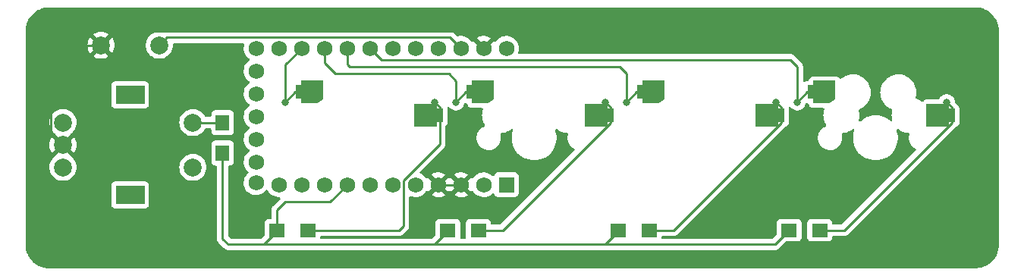
<source format=gbr>
%TF.GenerationSoftware,KiCad,Pcbnew,(6.0.1)*%
%TF.CreationDate,2022-02-15T20:39:13+08:00*%
%TF.ProjectId,Desk_Macropad,4465736b-5f4d-4616-9372-6f7061642e6b,rev?*%
%TF.SameCoordinates,Original*%
%TF.FileFunction,Copper,L1,Top*%
%TF.FilePolarity,Positive*%
%FSLAX46Y46*%
G04 Gerber Fmt 4.6, Leading zero omitted, Abs format (unit mm)*
G04 Created by KiCad (PCBNEW (6.0.1)) date 2022-02-15 20:39:13*
%MOMM*%
%LPD*%
G01*
G04 APERTURE LIST*
G04 Aperture macros list*
%AMFreePoly0*
4,1,17,-0.364645,1.235355,-0.350000,1.200000,-0.350000,0.750000,0.350000,0.750000,0.350000,-0.750000,-0.350000,-0.750000,-0.350000,-1.200000,-0.364645,-1.235355,-0.400000,-1.250000,-2.800000,-1.250000,-2.835355,-1.235355,-2.850000,-1.200000,-2.850000,1.200000,-2.835355,1.235355,-2.800000,1.250000,-0.400000,1.250000,-0.364645,1.235355,-0.364645,1.235355,$1*%
%AMFreePoly1*
4,1,24,2.735355,1.235355,2.750000,1.200000,2.750000,-0.800000,2.748029,-0.804757,2.749028,-0.809806,2.740927,-0.821903,2.735355,-0.835355,2.730600,-0.837325,2.727735,-0.841603,2.127735,-1.241603,2.113450,-1.244429,2.100000,-1.250000,0.300000,-1.250000,0.264645,-1.235355,0.250000,-1.200000,0.250000,-0.750000,-0.350000,-0.750000,-0.350000,0.750000,0.250000,0.750000,0.250000,1.200000,
0.264645,1.235355,0.300000,1.250000,2.700000,1.250000,2.735355,1.235355,2.735355,1.235355,$1*%
G04 Aperture macros list end*
%TA.AperFunction,SMDPad,CuDef*%
%ADD10FreePoly0,0.000000*%
%TD*%
%TA.AperFunction,SMDPad,CuDef*%
%ADD11FreePoly1,0.000000*%
%TD*%
%TA.AperFunction,ComponentPad*%
%ADD12R,1.800000X1.500000*%
%TD*%
%TA.AperFunction,ComponentPad*%
%ADD13C,2.000000*%
%TD*%
%TA.AperFunction,ComponentPad*%
%ADD14R,3.200000X2.000000*%
%TD*%
%TA.AperFunction,ComponentPad*%
%ADD15R,1.500000X1.800000*%
%TD*%
%TA.AperFunction,ComponentPad*%
%ADD16R,1.752600X1.752600*%
%TD*%
%TA.AperFunction,ComponentPad*%
%ADD17C,1.752600*%
%TD*%
%TA.AperFunction,ViaPad*%
%ADD18C,0.800000*%
%TD*%
%TA.AperFunction,Conductor*%
%ADD19C,0.250000*%
%TD*%
G04 APERTURE END LIST*
D10*
%TO.P,SW3,2,2*%
%TO.N,Net-(D4-Pad2)*%
X161693750Y-90368750D03*
D11*
%TO.P,SW3,1,1*%
%TO.N,col1*%
X145993750Y-87768750D03*
%TD*%
D10*
%TO.P,SW4,2,2*%
%TO.N,Net-(D5-Pad2)*%
X180743750Y-90368750D03*
D11*
%TO.P,SW4,1,1*%
%TO.N,col0*%
X165043750Y-87768750D03*
%TD*%
D12*
%TO.P,D4,2,A*%
%TO.N,Net-(D4-Pad2)*%
X146956250Y-103187500D03*
%TO.P,D4,1,K*%
%TO.N,row0*%
X143556250Y-103187500D03*
%TD*%
%TO.P,D3,1,K*%
%TO.N,row0*%
X124506250Y-103187500D03*
%TO.P,D3,2,A*%
%TO.N,Net-(D3-Pad2)*%
X127906250Y-103187500D03*
%TD*%
D11*
%TO.P,SW1,1,1*%
%TO.N,col3*%
X107893750Y-87768750D03*
D10*
%TO.P,SW1,2,2*%
%TO.N,Net-(D2-Pad2)*%
X123593750Y-90368750D03*
%TD*%
D13*
%TO.P,SW5,A,A*%
%TO.N,ENCA*%
X81543750Y-91162500D03*
%TO.P,SW5,B,B*%
%TO.N,ENCB*%
X81543750Y-96162500D03*
%TO.P,SW5,C,C*%
%TO.N,GND*%
X81543750Y-93662500D03*
D14*
%TO.P,SW5,MP*%
%TO.N,N/C*%
X89043750Y-88062500D03*
X89043750Y-99262500D03*
D13*
%TO.P,SW5,S1,S1*%
%TO.N,SW25A*%
X96043750Y-96162500D03*
%TO.P,SW5,S2,S2*%
%TO.N,SW25B*%
X96043750Y-91162500D03*
%TD*%
D12*
%TO.P,D2,1,K*%
%TO.N,row0*%
X105456250Y-103187500D03*
%TO.P,D2,2,A*%
%TO.N,Net-(D2-Pad2)*%
X108856250Y-103187500D03*
%TD*%
D13*
%TO.P,RSW1,1,1*%
%TO.N,GND*%
X85793750Y-82528750D03*
%TO.P,RSW1,2,2*%
%TO.N,RESET*%
X92293750Y-82528750D03*
%TD*%
D10*
%TO.P,SW2,2,2*%
%TO.N,Net-(D3-Pad2)*%
X142643750Y-90368750D03*
D11*
%TO.P,SW2,1,1*%
%TO.N,col2*%
X126943750Y-87768750D03*
%TD*%
D15*
%TO.P,D1,1,K*%
%TO.N,row0*%
X99362500Y-94568750D03*
%TO.P,D1,2,A*%
%TO.N,SW25B*%
X99362500Y-91168750D03*
%TD*%
D12*
%TO.P,D5,2,A*%
%TO.N,Net-(D5-Pad2)*%
X166006250Y-103187500D03*
%TO.P,D5,1,K*%
%TO.N,row0*%
X162606250Y-103187500D03*
%TD*%
D16*
%TO.P,U1,1,TX0/PD3*%
%TO.N,unconnected-(U1-Pad1)*%
X131045750Y-98107500D03*
D17*
%TO.P,U1,2,RX1/PD2*%
%TO.N,unconnected-(U1-Pad2)*%
X128505750Y-98107500D03*
%TO.P,U1,3,GND*%
%TO.N,GND*%
X125965750Y-98107500D03*
%TO.P,U1,4,GND*%
X123425750Y-98107500D03*
%TO.P,U1,5,2/PD1*%
%TO.N,unconnected-(U1-Pad5)*%
X120885750Y-98107500D03*
%TO.P,U1,6,3/PD0*%
%TO.N,unconnected-(U1-Pad6)*%
X118345750Y-98107500D03*
%TO.P,U1,7,4/PD4*%
%TO.N,unconnected-(U1-Pad7)*%
X115805750Y-98107500D03*
%TO.P,U1,8,5/PC6*%
%TO.N,row0*%
X113265750Y-98107500D03*
%TO.P,U1,9,6/PD7*%
%TO.N,unconnected-(U1-Pad9)*%
X110725750Y-98107500D03*
%TO.P,U1,10,7/PE6*%
%TO.N,unconnected-(U1-Pad10)*%
X108185750Y-98107500D03*
%TO.P,U1,11,8/PB4*%
%TO.N,unconnected-(U1-Pad11)*%
X105645750Y-98107500D03*
%TO.P,U1,12,9/PB5*%
%TO.N,unconnected-(U1-Pad12)*%
X103105750Y-97878900D03*
%TO.P,U1,13,10/PB6*%
%TO.N,unconnected-(U1-Pad13)*%
X103105750Y-82867500D03*
%TO.P,U1,14,16/PB2*%
%TO.N,SW25A*%
X105645750Y-82867500D03*
%TO.P,U1,15,14/PB3*%
%TO.N,col3*%
X108185750Y-82867500D03*
%TO.P,U1,16,15/PB1*%
%TO.N,col2*%
X110725750Y-82867500D03*
%TO.P,U1,17,A0/PF7*%
%TO.N,col1*%
X113265750Y-82867500D03*
%TO.P,U1,18,A1/PF6*%
%TO.N,col0*%
X115805750Y-82867500D03*
%TO.P,U1,19,A2/PF5*%
%TO.N,ENCB*%
X118345750Y-82867500D03*
%TO.P,U1,20,A3/PF4*%
%TO.N,ENCA*%
X120885750Y-82867500D03*
%TO.P,U1,21,VCC*%
%TO.N,VCC*%
X123425750Y-82867500D03*
%TO.P,U1,22,RST*%
%TO.N,RESET*%
X125965750Y-82867500D03*
%TO.P,U1,23,GND*%
%TO.N,GND*%
X128505750Y-82867500D03*
%TO.P,U1,24,B0*%
%TO.N,unconnected-(U1-Pad24)*%
X131045750Y-82867500D03*
%TO.P,U1,25,B7*%
%TO.N,unconnected-(U1-Pad25)*%
X103105750Y-95567500D03*
%TO.P,U1,26,D5*%
%TO.N,unconnected-(U1-Pad26)*%
X103105750Y-93027500D03*
%TO.P,U1,27,C7*%
%TO.N,unconnected-(U1-Pad27)*%
X103105750Y-90487500D03*
%TO.P,U1,28,F1*%
%TO.N,unconnected-(U1-Pad28)*%
X103105750Y-87947500D03*
%TO.P,U1,29,F0*%
%TO.N,unconnected-(U1-Pad29)*%
X103105750Y-85407500D03*
%TD*%
D18*
%TO.N,col3*%
X106362500Y-88900000D03*
%TO.N,Net-(D2-Pad2)*%
X123031250Y-88900000D03*
%TO.N,col2*%
X125412500Y-88900000D03*
%TO.N,Net-(D3-Pad2)*%
X142081250Y-88900000D03*
%TO.N,col1*%
X144462500Y-88900000D03*
%TO.N,col0*%
X163512500Y-88900000D03*
%TO.N,Net-(D5-Pad2)*%
X180181250Y-88900000D03*
%TO.N,Net-(D4-Pad2)*%
X161131250Y-88900000D03*
%TD*%
D19*
%TO.N,GND*%
X87312500Y-80962500D02*
X87312500Y-81010000D01*
X126600750Y-80962500D02*
X87312500Y-80962500D01*
X87312500Y-81010000D02*
X85793750Y-82528750D01*
X128505750Y-82867500D02*
X126600750Y-80962500D01*
%TO.N,RESET*%
X93155811Y-81666689D02*
X92293750Y-82528750D01*
X124764939Y-81666689D02*
X93155811Y-81666689D01*
X125965750Y-82867500D02*
X124764939Y-81666689D01*
%TO.N,GND*%
X80983750Y-82528750D02*
X85793750Y-82528750D01*
X80168750Y-83343750D02*
X80983750Y-82528750D01*
X80168750Y-92287500D02*
X80168750Y-83343750D01*
X81543750Y-93662500D02*
X80168750Y-92287500D01*
%TO.N,col0*%
X162718750Y-84137500D02*
X163512500Y-84931250D01*
X163512500Y-84931250D02*
X163512500Y-88900000D01*
X117075750Y-84137500D02*
X162718750Y-84137500D01*
X115805750Y-82867500D02*
X117075750Y-84137500D01*
%TO.N,col1*%
X144462500Y-85725000D02*
X144462500Y-88900000D01*
X143668750Y-84931250D02*
X144462500Y-85725000D01*
X113265750Y-84690750D02*
X113506250Y-84931250D01*
X113506250Y-84931250D02*
X143668750Y-84931250D01*
X113265750Y-82867500D02*
X113265750Y-84690750D01*
%TO.N,col2*%
X124618750Y-85725000D02*
X125412500Y-86518750D01*
X110725750Y-84532000D02*
X111918750Y-85725000D01*
X125412500Y-86518750D02*
X125412500Y-88900000D01*
X111918750Y-85725000D02*
X124618750Y-85725000D01*
X110725750Y-82867500D02*
X110725750Y-84532000D01*
%TO.N,col3*%
X108185750Y-82867500D02*
X106362500Y-84690750D01*
X106362500Y-84690750D02*
X106362500Y-88900000D01*
%TO.N,GND*%
X123425750Y-98107500D02*
X125965750Y-98107500D01*
%TO.N,row0*%
X105456250Y-100918750D02*
X105456250Y-103187500D01*
X111360750Y-100012500D02*
X106362500Y-100012500D01*
X113265750Y-98107500D02*
X111360750Y-100012500D01*
X106362500Y-100012500D02*
X105456250Y-100918750D01*
X105456250Y-103300000D02*
X103981250Y-104775000D01*
X105456250Y-103187500D02*
X105456250Y-103300000D01*
X100012500Y-104775000D02*
X103981250Y-104775000D01*
X103981250Y-104775000D02*
X142081250Y-104775000D01*
X124506250Y-103300000D02*
X123031250Y-104775000D01*
X124506250Y-103187500D02*
X124506250Y-103300000D01*
X143556250Y-103300000D02*
X142081250Y-104775000D01*
X142081250Y-104775000D02*
X161018750Y-104775000D01*
X143556250Y-103187500D02*
X143556250Y-103300000D01*
X161018750Y-104775000D02*
X162606250Y-103187500D01*
X99362500Y-104125000D02*
X100012500Y-104775000D01*
X99362500Y-94568750D02*
X99362500Y-104125000D01*
%TO.N,SW25B*%
X96043750Y-91162500D02*
X99356250Y-91162500D01*
X99356250Y-91162500D02*
X99362500Y-91168750D01*
%TO.N,Net-(D2-Pad2)*%
X119546561Y-102703439D02*
X119062500Y-103187500D01*
X119546561Y-97610107D02*
X119546561Y-102703439D01*
X123593750Y-93562918D02*
X119546561Y-97610107D01*
X123593750Y-90368750D02*
X123593750Y-93562918D01*
X119062500Y-103187500D02*
X108856250Y-103187500D01*
%TO.N,Net-(D3-Pad2)*%
X142643750Y-91180485D02*
X130636735Y-103187500D01*
X130636735Y-103187500D02*
X127906250Y-103187500D01*
X142643750Y-90368750D02*
X142643750Y-91180485D01*
%TO.N,col3*%
X107493750Y-87768750D02*
X106362500Y-88900000D01*
X107893750Y-87768750D02*
X107493750Y-87768750D01*
%TO.N,Net-(D2-Pad2)*%
X123593750Y-89462500D02*
X123031250Y-88900000D01*
X123593750Y-90368750D02*
X123593750Y-89462500D01*
%TO.N,col2*%
X126543750Y-87768750D02*
X125412500Y-88900000D01*
X126943750Y-87768750D02*
X126543750Y-87768750D01*
%TO.N,Net-(D4-Pad2)*%
X149686735Y-103187500D02*
X146956250Y-103187500D01*
X161693750Y-91180485D02*
X149686735Y-103187500D01*
X161693750Y-90368750D02*
X161693750Y-91180485D01*
%TO.N,Net-(D5-Pad2)*%
X168736735Y-103187500D02*
X166006250Y-103187500D01*
X180743750Y-90368750D02*
X180743750Y-91180485D01*
X180743750Y-91180485D02*
X168736735Y-103187500D01*
%TO.N,Net-(D3-Pad2)*%
X142643750Y-89462500D02*
X142081250Y-88900000D01*
X142643750Y-90368750D02*
X142643750Y-89462500D01*
%TO.N,col1*%
X145593750Y-87768750D02*
X144462500Y-88900000D01*
X145993750Y-87768750D02*
X145593750Y-87768750D01*
%TO.N,col0*%
X164643750Y-87768750D02*
X163512500Y-88900000D01*
X165043750Y-87768750D02*
X164643750Y-87768750D01*
%TO.N,Net-(D5-Pad2)*%
X180743750Y-89462500D02*
X180181250Y-88900000D01*
X180743750Y-90368750D02*
X180743750Y-89462500D01*
%TO.N,Net-(D4-Pad2)*%
X161693750Y-89462500D02*
X161131250Y-88900000D01*
X161693750Y-90368750D02*
X161693750Y-89462500D01*
%TD*%
%TA.AperFunction,Conductor*%
%TO.N,GND*%
G36*
X183326307Y-78297000D02*
G01*
X183341108Y-78299305D01*
X183341111Y-78299305D01*
X183349980Y-78300686D01*
X183358882Y-78299522D01*
X183358884Y-78299522D01*
X183363212Y-78298956D01*
X183367945Y-78298337D01*
X183391343Y-78297471D01*
X183647800Y-78311874D01*
X183661829Y-78313454D01*
X183942742Y-78361183D01*
X183956507Y-78364324D01*
X184230315Y-78443207D01*
X184243635Y-78447868D01*
X184506885Y-78556910D01*
X184519608Y-78563037D01*
X184628486Y-78623212D01*
X184768988Y-78700865D01*
X184780951Y-78708382D01*
X185013323Y-78873258D01*
X185024371Y-78882068D01*
X185236828Y-79071931D01*
X185246819Y-79081922D01*
X185436682Y-79294379D01*
X185445492Y-79305427D01*
X185610368Y-79537799D01*
X185617885Y-79549762D01*
X185755711Y-79799138D01*
X185761840Y-79811865D01*
X185870882Y-80075115D01*
X185875543Y-80088435D01*
X185920106Y-80243116D01*
X185954425Y-80362240D01*
X185957569Y-80376015D01*
X186005295Y-80656914D01*
X186006877Y-80670955D01*
X186020870Y-80920122D01*
X186019568Y-80946568D01*
X186019446Y-80947350D01*
X186019446Y-80947356D01*
X186018064Y-80956230D01*
X186019229Y-80965137D01*
X186022186Y-80987751D01*
X186023250Y-81004089D01*
X186023250Y-104725672D01*
X186021750Y-104745056D01*
X186018064Y-104768730D01*
X186020349Y-104786201D01*
X186021195Y-104809929D01*
X186005284Y-105080354D01*
X186003551Y-105095028D01*
X185953674Y-105375010D01*
X185951206Y-105388862D01*
X185947760Y-105403251D01*
X185944744Y-105413220D01*
X185861317Y-105688923D01*
X185856206Y-105702812D01*
X185736868Y-105976365D01*
X185730163Y-105989561D01*
X185579565Y-106247240D01*
X185571359Y-106259557D01*
X185432844Y-106443121D01*
X185391591Y-106497790D01*
X185382001Y-106509057D01*
X185175522Y-106724583D01*
X185164691Y-106734634D01*
X184934353Y-106924468D01*
X184922421Y-106933178D01*
X184773321Y-107029118D01*
X184671425Y-107094684D01*
X184658529Y-107101948D01*
X184390344Y-107232899D01*
X184376691Y-107238600D01*
X184094977Y-107337208D01*
X184080763Y-107341263D01*
X183790478Y-107405922D01*
X183789442Y-107406153D01*
X183774833Y-107408517D01*
X183512580Y-107435263D01*
X183485764Y-107435129D01*
X183476583Y-107434100D01*
X183467736Y-107435645D01*
X183442107Y-107440121D01*
X183420430Y-107442000D01*
X80081892Y-107442000D01*
X80062507Y-107440500D01*
X80047706Y-107438195D01*
X80047703Y-107438195D01*
X80038834Y-107436814D01*
X80029932Y-107437978D01*
X80029930Y-107437978D01*
X80025602Y-107438544D01*
X80020869Y-107439163D01*
X79997471Y-107440029D01*
X79741014Y-107425626D01*
X79726985Y-107424046D01*
X79446072Y-107376317D01*
X79432307Y-107373176D01*
X79158499Y-107294293D01*
X79145179Y-107289632D01*
X78881929Y-107180590D01*
X78869206Y-107174463D01*
X78718873Y-107091377D01*
X78619826Y-107036635D01*
X78607863Y-107029118D01*
X78375491Y-106864242D01*
X78364443Y-106855432D01*
X78151986Y-106665569D01*
X78141995Y-106655578D01*
X77952132Y-106443121D01*
X77943322Y-106432073D01*
X77778446Y-106199701D01*
X77770929Y-106187738D01*
X77633103Y-105938362D01*
X77626972Y-105925631D01*
X77517932Y-105662385D01*
X77513271Y-105649065D01*
X77434388Y-105375257D01*
X77431245Y-105361485D01*
X77429414Y-105350707D01*
X77383518Y-105080579D01*
X77381937Y-105066545D01*
X77368151Y-104821071D01*
X77369473Y-104797196D01*
X77369393Y-104797189D01*
X77369603Y-104794847D01*
X77369700Y-104793096D01*
X77369829Y-104792332D01*
X77369829Y-104792327D01*
X77370635Y-104787539D01*
X77370788Y-104775000D01*
X77366837Y-104747412D01*
X77365564Y-104729549D01*
X77365564Y-100310634D01*
X86935250Y-100310634D01*
X86942005Y-100372816D01*
X86993135Y-100509205D01*
X87080489Y-100625761D01*
X87197045Y-100713115D01*
X87333434Y-100764245D01*
X87395616Y-100771000D01*
X90691884Y-100771000D01*
X90754066Y-100764245D01*
X90890455Y-100713115D01*
X91007011Y-100625761D01*
X91094365Y-100509205D01*
X91145495Y-100372816D01*
X91152250Y-100310634D01*
X91152250Y-98214366D01*
X91145495Y-98152184D01*
X91094365Y-98015795D01*
X91007011Y-97899239D01*
X90890455Y-97811885D01*
X90754066Y-97760755D01*
X90691884Y-97754000D01*
X87395616Y-97754000D01*
X87333434Y-97760755D01*
X87197045Y-97811885D01*
X87080489Y-97899239D01*
X86993135Y-98015795D01*
X86942005Y-98152184D01*
X86935250Y-98214366D01*
X86935250Y-100310634D01*
X77365564Y-100310634D01*
X77365564Y-96162500D01*
X80030585Y-96162500D01*
X80049215Y-96399211D01*
X80050369Y-96404018D01*
X80050370Y-96404024D01*
X80085390Y-96549891D01*
X80104645Y-96630094D01*
X80106538Y-96634665D01*
X80106539Y-96634667D01*
X80193056Y-96843538D01*
X80195510Y-96849463D01*
X80198096Y-96853683D01*
X80316991Y-97047702D01*
X80316995Y-97047708D01*
X80319574Y-97051916D01*
X80473781Y-97232469D01*
X80477537Y-97235677D01*
X80495634Y-97251133D01*
X80654334Y-97386676D01*
X80658542Y-97389255D01*
X80658548Y-97389259D01*
X80852567Y-97508154D01*
X80856787Y-97510740D01*
X80861357Y-97512633D01*
X80861361Y-97512635D01*
X81071583Y-97599711D01*
X81076156Y-97601605D01*
X81146633Y-97618525D01*
X81302226Y-97655880D01*
X81302232Y-97655881D01*
X81307039Y-97657035D01*
X81543750Y-97675665D01*
X81780461Y-97657035D01*
X81785268Y-97655881D01*
X81785274Y-97655880D01*
X81940867Y-97618525D01*
X82011344Y-97601605D01*
X82015917Y-97599711D01*
X82226139Y-97512635D01*
X82226143Y-97512633D01*
X82230713Y-97510740D01*
X82234933Y-97508154D01*
X82428952Y-97389259D01*
X82428958Y-97389255D01*
X82433166Y-97386676D01*
X82591866Y-97251133D01*
X82609963Y-97235677D01*
X82613719Y-97232469D01*
X82767926Y-97051916D01*
X82770505Y-97047708D01*
X82770509Y-97047702D01*
X82889404Y-96853683D01*
X82891990Y-96849463D01*
X82894445Y-96843538D01*
X82980961Y-96634667D01*
X82980962Y-96634665D01*
X82982855Y-96630094D01*
X83002110Y-96549891D01*
X83037130Y-96404024D01*
X83037131Y-96404018D01*
X83038285Y-96399211D01*
X83056915Y-96162500D01*
X94530585Y-96162500D01*
X94549215Y-96399211D01*
X94550369Y-96404018D01*
X94550370Y-96404024D01*
X94585390Y-96549891D01*
X94604645Y-96630094D01*
X94606538Y-96634665D01*
X94606539Y-96634667D01*
X94693056Y-96843538D01*
X94695510Y-96849463D01*
X94698096Y-96853683D01*
X94816991Y-97047702D01*
X94816995Y-97047708D01*
X94819574Y-97051916D01*
X94973781Y-97232469D01*
X94977537Y-97235677D01*
X94995634Y-97251133D01*
X95154334Y-97386676D01*
X95158542Y-97389255D01*
X95158548Y-97389259D01*
X95352567Y-97508154D01*
X95356787Y-97510740D01*
X95361357Y-97512633D01*
X95361361Y-97512635D01*
X95571583Y-97599711D01*
X95576156Y-97601605D01*
X95646633Y-97618525D01*
X95802226Y-97655880D01*
X95802232Y-97655881D01*
X95807039Y-97657035D01*
X96043750Y-97675665D01*
X96280461Y-97657035D01*
X96285268Y-97655881D01*
X96285274Y-97655880D01*
X96440867Y-97618525D01*
X96511344Y-97601605D01*
X96515917Y-97599711D01*
X96726139Y-97512635D01*
X96726143Y-97512633D01*
X96730713Y-97510740D01*
X96734933Y-97508154D01*
X96928952Y-97389259D01*
X96928958Y-97389255D01*
X96933166Y-97386676D01*
X97091866Y-97251133D01*
X97109963Y-97235677D01*
X97113719Y-97232469D01*
X97267926Y-97051916D01*
X97270505Y-97047708D01*
X97270509Y-97047702D01*
X97389404Y-96853683D01*
X97391990Y-96849463D01*
X97394445Y-96843538D01*
X97480961Y-96634667D01*
X97480962Y-96634665D01*
X97482855Y-96630094D01*
X97502110Y-96549891D01*
X97537130Y-96404024D01*
X97537131Y-96404018D01*
X97538285Y-96399211D01*
X97556915Y-96162500D01*
X97538285Y-95925789D01*
X97482855Y-95694906D01*
X97480961Y-95690333D01*
X97393885Y-95480111D01*
X97393883Y-95480107D01*
X97391990Y-95475537D01*
X97389404Y-95471317D01*
X97270509Y-95277298D01*
X97270505Y-95277292D01*
X97267926Y-95273084D01*
X97113719Y-95092531D01*
X96933166Y-94938324D01*
X96928958Y-94935745D01*
X96928952Y-94935741D01*
X96734933Y-94816846D01*
X96730713Y-94814260D01*
X96726143Y-94812367D01*
X96726139Y-94812365D01*
X96515917Y-94725289D01*
X96515915Y-94725288D01*
X96511344Y-94723395D01*
X96417991Y-94700983D01*
X96285274Y-94669120D01*
X96285268Y-94669119D01*
X96280461Y-94667965D01*
X96043750Y-94649335D01*
X95807039Y-94667965D01*
X95802232Y-94669119D01*
X95802226Y-94669120D01*
X95669509Y-94700983D01*
X95576156Y-94723395D01*
X95571585Y-94725288D01*
X95571583Y-94725289D01*
X95361361Y-94812365D01*
X95361357Y-94812367D01*
X95356787Y-94814260D01*
X95352567Y-94816846D01*
X95158548Y-94935741D01*
X95158542Y-94935745D01*
X95154334Y-94938324D01*
X94973781Y-95092531D01*
X94819574Y-95273084D01*
X94816995Y-95277292D01*
X94816991Y-95277298D01*
X94698096Y-95471317D01*
X94695510Y-95475537D01*
X94693617Y-95480107D01*
X94693615Y-95480111D01*
X94606539Y-95690333D01*
X94604645Y-95694906D01*
X94549215Y-95925789D01*
X94530585Y-96162500D01*
X83056915Y-96162500D01*
X83038285Y-95925789D01*
X82982855Y-95694906D01*
X82980961Y-95690333D01*
X82893885Y-95480111D01*
X82893883Y-95480107D01*
X82891990Y-95475537D01*
X82889404Y-95471317D01*
X82770509Y-95277298D01*
X82770505Y-95277292D01*
X82767926Y-95273084D01*
X82613719Y-95092531D01*
X82451224Y-94953747D01*
X82417348Y-94907814D01*
X82407872Y-94885832D01*
X81556562Y-94034522D01*
X81542618Y-94026908D01*
X81540785Y-94027039D01*
X81534170Y-94031290D01*
X80682670Y-94882790D01*
X80661724Y-94921148D01*
X80632968Y-94956572D01*
X80473781Y-95092531D01*
X80319574Y-95273084D01*
X80316995Y-95277292D01*
X80316991Y-95277298D01*
X80198096Y-95471317D01*
X80195510Y-95475537D01*
X80193617Y-95480107D01*
X80193615Y-95480111D01*
X80106539Y-95690333D01*
X80104645Y-95694906D01*
X80049215Y-95925789D01*
X80030585Y-96162500D01*
X77365564Y-96162500D01*
X77365564Y-93667430D01*
X80031475Y-93667430D01*
X80049322Y-93894199D01*
X80050865Y-93903946D01*
X80103967Y-94125127D01*
X80107016Y-94134512D01*
X80194063Y-94344663D01*
X80198545Y-94353458D01*
X80301182Y-94520945D01*
X80311640Y-94530407D01*
X80320416Y-94526624D01*
X81171728Y-93675312D01*
X81178106Y-93663632D01*
X81908158Y-93663632D01*
X81908289Y-93665465D01*
X81912540Y-93672080D01*
X82764040Y-94523580D01*
X82776420Y-94530340D01*
X82784070Y-94524613D01*
X82888955Y-94353458D01*
X82893437Y-94344663D01*
X82980484Y-94134512D01*
X82983533Y-94125127D01*
X83036635Y-93903946D01*
X83038178Y-93894199D01*
X83056025Y-93667430D01*
X83056025Y-93657570D01*
X83038178Y-93430801D01*
X83036635Y-93421054D01*
X82983533Y-93199873D01*
X82980484Y-93190488D01*
X82893437Y-92980337D01*
X82888955Y-92971542D01*
X82786318Y-92804055D01*
X82775860Y-92794593D01*
X82767084Y-92798376D01*
X81915772Y-93649688D01*
X81908158Y-93663632D01*
X81178106Y-93663632D01*
X81179342Y-93661368D01*
X81179211Y-93659535D01*
X81174960Y-93652920D01*
X80323460Y-92801420D01*
X80311080Y-92794660D01*
X80303430Y-92800387D01*
X80198545Y-92971542D01*
X80194063Y-92980337D01*
X80107016Y-93190488D01*
X80103967Y-93199873D01*
X80050865Y-93421054D01*
X80049322Y-93430801D01*
X80031475Y-93657570D01*
X80031475Y-93667430D01*
X77365564Y-93667430D01*
X77365564Y-91162500D01*
X80030585Y-91162500D01*
X80049215Y-91399211D01*
X80050369Y-91404018D01*
X80050370Y-91404024D01*
X80067743Y-91476386D01*
X80104645Y-91630094D01*
X80106538Y-91634665D01*
X80106539Y-91634667D01*
X80178557Y-91808534D01*
X80195510Y-91849463D01*
X80198096Y-91853683D01*
X80316991Y-92047702D01*
X80316995Y-92047708D01*
X80319574Y-92051916D01*
X80473781Y-92232469D01*
X80477537Y-92235677D01*
X80636276Y-92371253D01*
X80670152Y-92417186D01*
X80679628Y-92439168D01*
X81530938Y-93290478D01*
X81544882Y-93298092D01*
X81546715Y-93297961D01*
X81553330Y-93293710D01*
X82404830Y-92442210D01*
X82425776Y-92403852D01*
X82454532Y-92368428D01*
X82609963Y-92235677D01*
X82613719Y-92232469D01*
X82767926Y-92051916D01*
X82770505Y-92047708D01*
X82770509Y-92047702D01*
X82889404Y-91853683D01*
X82891990Y-91849463D01*
X82908944Y-91808534D01*
X82980961Y-91634667D01*
X82980962Y-91634665D01*
X82982855Y-91630094D01*
X83019757Y-91476386D01*
X83037130Y-91404024D01*
X83037131Y-91404018D01*
X83038285Y-91399211D01*
X83056915Y-91162500D01*
X94530585Y-91162500D01*
X94549215Y-91399211D01*
X94550369Y-91404018D01*
X94550370Y-91404024D01*
X94567743Y-91476386D01*
X94604645Y-91630094D01*
X94606538Y-91634665D01*
X94606539Y-91634667D01*
X94678557Y-91808534D01*
X94695510Y-91849463D01*
X94698096Y-91853683D01*
X94816991Y-92047702D01*
X94816995Y-92047708D01*
X94819574Y-92051916D01*
X94973781Y-92232469D01*
X95154334Y-92386676D01*
X95158542Y-92389255D01*
X95158548Y-92389259D01*
X95310178Y-92482178D01*
X95356787Y-92510740D01*
X95361357Y-92512633D01*
X95361361Y-92512635D01*
X95571583Y-92599711D01*
X95576156Y-92601605D01*
X95656359Y-92620860D01*
X95802226Y-92655880D01*
X95802232Y-92655881D01*
X95807039Y-92657035D01*
X96043750Y-92675665D01*
X96280461Y-92657035D01*
X96285268Y-92655881D01*
X96285274Y-92655880D01*
X96431141Y-92620860D01*
X96511344Y-92601605D01*
X96515917Y-92599711D01*
X96726139Y-92512635D01*
X96726143Y-92512633D01*
X96730713Y-92510740D01*
X96777322Y-92482178D01*
X96928952Y-92389259D01*
X96928958Y-92389255D01*
X96933166Y-92386676D01*
X97113719Y-92232469D01*
X97267926Y-92051916D01*
X97270505Y-92047708D01*
X97270509Y-92047702D01*
X97387883Y-91856165D01*
X97440531Y-91808534D01*
X97495316Y-91796000D01*
X97978000Y-91796000D01*
X98046121Y-91816002D01*
X98092614Y-91869658D01*
X98104000Y-91922000D01*
X98104000Y-92116884D01*
X98110755Y-92179066D01*
X98161885Y-92315455D01*
X98249239Y-92432011D01*
X98365795Y-92519365D01*
X98502184Y-92570495D01*
X98564366Y-92577250D01*
X100160634Y-92577250D01*
X100222816Y-92570495D01*
X100359205Y-92519365D01*
X100475761Y-92432011D01*
X100563115Y-92315455D01*
X100614245Y-92179066D01*
X100621000Y-92116884D01*
X100621000Y-90220616D01*
X100614245Y-90158434D01*
X100563115Y-90022045D01*
X100475761Y-89905489D01*
X100359205Y-89818135D01*
X100222816Y-89767005D01*
X100160634Y-89760250D01*
X98564366Y-89760250D01*
X98502184Y-89767005D01*
X98365795Y-89818135D01*
X98249239Y-89905489D01*
X98161885Y-90022045D01*
X98110755Y-90158434D01*
X98104000Y-90220616D01*
X98104000Y-90403000D01*
X98083998Y-90471121D01*
X98030342Y-90517614D01*
X97978000Y-90529000D01*
X97495316Y-90529000D01*
X97427195Y-90508998D01*
X97387883Y-90468835D01*
X97270509Y-90277298D01*
X97270505Y-90277292D01*
X97267926Y-90273084D01*
X97113719Y-90092531D01*
X96933166Y-89938324D01*
X96928958Y-89935745D01*
X96928952Y-89935741D01*
X96734933Y-89816846D01*
X96730713Y-89814260D01*
X96726143Y-89812367D01*
X96726139Y-89812365D01*
X96515917Y-89725289D01*
X96515915Y-89725288D01*
X96511344Y-89723395D01*
X96391904Y-89694720D01*
X96285274Y-89669120D01*
X96285268Y-89669119D01*
X96280461Y-89667965D01*
X96043750Y-89649335D01*
X95807039Y-89667965D01*
X95802232Y-89669119D01*
X95802226Y-89669120D01*
X95695596Y-89694720D01*
X95576156Y-89723395D01*
X95571585Y-89725288D01*
X95571583Y-89725289D01*
X95361361Y-89812365D01*
X95361357Y-89812367D01*
X95356787Y-89814260D01*
X95352567Y-89816846D01*
X95158548Y-89935741D01*
X95158542Y-89935745D01*
X95154334Y-89938324D01*
X94973781Y-90092531D01*
X94819574Y-90273084D01*
X94816995Y-90277292D01*
X94816991Y-90277298D01*
X94745095Y-90394622D01*
X94695510Y-90475537D01*
X94693617Y-90480107D01*
X94693615Y-90480111D01*
X94613304Y-90674000D01*
X94604645Y-90694906D01*
X94603490Y-90699718D01*
X94554679Y-90903031D01*
X94549215Y-90925789D01*
X94530585Y-91162500D01*
X83056915Y-91162500D01*
X83038285Y-90925789D01*
X83032822Y-90903031D01*
X82984010Y-90699718D01*
X82982855Y-90694906D01*
X82974196Y-90674000D01*
X82893885Y-90480111D01*
X82893883Y-90480107D01*
X82891990Y-90475537D01*
X82842405Y-90394622D01*
X82770509Y-90277298D01*
X82770505Y-90277292D01*
X82767926Y-90273084D01*
X82613719Y-90092531D01*
X82433166Y-89938324D01*
X82428958Y-89935745D01*
X82428952Y-89935741D01*
X82234933Y-89816846D01*
X82230713Y-89814260D01*
X82226143Y-89812367D01*
X82226139Y-89812365D01*
X82015917Y-89725289D01*
X82015915Y-89725288D01*
X82011344Y-89723395D01*
X81891904Y-89694720D01*
X81785274Y-89669120D01*
X81785268Y-89669119D01*
X81780461Y-89667965D01*
X81543750Y-89649335D01*
X81307039Y-89667965D01*
X81302232Y-89669119D01*
X81302226Y-89669120D01*
X81195596Y-89694720D01*
X81076156Y-89723395D01*
X81071585Y-89725288D01*
X81071583Y-89725289D01*
X80861361Y-89812365D01*
X80861357Y-89812367D01*
X80856787Y-89814260D01*
X80852567Y-89816846D01*
X80658548Y-89935741D01*
X80658542Y-89935745D01*
X80654334Y-89938324D01*
X80473781Y-90092531D01*
X80319574Y-90273084D01*
X80316995Y-90277292D01*
X80316991Y-90277298D01*
X80245095Y-90394622D01*
X80195510Y-90475537D01*
X80193617Y-90480107D01*
X80193615Y-90480111D01*
X80113304Y-90674000D01*
X80104645Y-90694906D01*
X80103490Y-90699718D01*
X80054679Y-90903031D01*
X80049215Y-90925789D01*
X80030585Y-91162500D01*
X77365564Y-91162500D01*
X77365564Y-89110634D01*
X86935250Y-89110634D01*
X86942005Y-89172816D01*
X86993135Y-89309205D01*
X87080489Y-89425761D01*
X87197045Y-89513115D01*
X87333434Y-89564245D01*
X87395616Y-89571000D01*
X90691884Y-89571000D01*
X90754066Y-89564245D01*
X90890455Y-89513115D01*
X91007011Y-89425761D01*
X91094365Y-89309205D01*
X91145495Y-89172816D01*
X91152250Y-89110634D01*
X91152250Y-87014366D01*
X91145495Y-86952184D01*
X91094365Y-86815795D01*
X91007011Y-86699239D01*
X90890455Y-86611885D01*
X90754066Y-86560755D01*
X90691884Y-86554000D01*
X87395616Y-86554000D01*
X87333434Y-86560755D01*
X87197045Y-86611885D01*
X87080489Y-86699239D01*
X86993135Y-86815795D01*
X86942005Y-86952184D01*
X86935250Y-87014366D01*
X86935250Y-89110634D01*
X77365564Y-89110634D01*
X77365564Y-83761420D01*
X84925910Y-83761420D01*
X84931637Y-83769070D01*
X85102792Y-83873955D01*
X85111587Y-83878437D01*
X85321738Y-83965484D01*
X85331123Y-83968533D01*
X85552304Y-84021635D01*
X85562051Y-84023178D01*
X85788820Y-84041025D01*
X85798680Y-84041025D01*
X86025449Y-84023178D01*
X86035196Y-84021635D01*
X86256377Y-83968533D01*
X86265762Y-83965484D01*
X86475913Y-83878437D01*
X86484708Y-83873955D01*
X86652195Y-83771318D01*
X86661657Y-83760860D01*
X86657874Y-83752084D01*
X85806562Y-82900772D01*
X85792618Y-82893158D01*
X85790785Y-82893289D01*
X85784170Y-82897540D01*
X84932670Y-83749040D01*
X84925910Y-83761420D01*
X77365564Y-83761420D01*
X77365564Y-82533680D01*
X84281475Y-82533680D01*
X84299322Y-82760449D01*
X84300865Y-82770196D01*
X84353967Y-82991377D01*
X84357016Y-83000762D01*
X84444063Y-83210913D01*
X84448545Y-83219708D01*
X84551182Y-83387195D01*
X84561640Y-83396657D01*
X84570416Y-83392874D01*
X85421728Y-82541562D01*
X85428106Y-82529882D01*
X86158158Y-82529882D01*
X86158289Y-82531715D01*
X86162540Y-82538330D01*
X87014040Y-83389830D01*
X87026420Y-83396590D01*
X87034070Y-83390863D01*
X87138955Y-83219708D01*
X87143437Y-83210913D01*
X87230484Y-83000762D01*
X87233533Y-82991377D01*
X87286635Y-82770196D01*
X87288178Y-82760449D01*
X87306025Y-82533680D01*
X87306025Y-82528750D01*
X90780585Y-82528750D01*
X90799215Y-82765461D01*
X90800369Y-82770268D01*
X90800370Y-82770274D01*
X90822907Y-82864147D01*
X90854645Y-82996344D01*
X90856538Y-83000915D01*
X90856539Y-83000917D01*
X90943522Y-83210913D01*
X90945510Y-83215713D01*
X90948096Y-83219933D01*
X91066991Y-83413952D01*
X91066995Y-83413958D01*
X91069574Y-83418166D01*
X91223781Y-83598719D01*
X91404334Y-83752926D01*
X91408542Y-83755505D01*
X91408548Y-83755509D01*
X91579540Y-83860293D01*
X91606787Y-83876990D01*
X91611357Y-83878883D01*
X91611361Y-83878885D01*
X91821583Y-83965961D01*
X91826156Y-83967855D01*
X91906359Y-83987110D01*
X92052226Y-84022130D01*
X92052232Y-84022131D01*
X92057039Y-84023285D01*
X92293750Y-84041915D01*
X92530461Y-84023285D01*
X92535268Y-84022131D01*
X92535274Y-84022130D01*
X92681141Y-83987110D01*
X92761344Y-83967855D01*
X92765917Y-83965961D01*
X92976139Y-83878885D01*
X92976143Y-83878883D01*
X92980713Y-83876990D01*
X93007960Y-83860293D01*
X93178952Y-83755509D01*
X93178958Y-83755505D01*
X93183166Y-83752926D01*
X93363719Y-83598719D01*
X93517926Y-83418166D01*
X93520505Y-83413958D01*
X93520509Y-83413952D01*
X93639404Y-83219933D01*
X93641990Y-83215713D01*
X93643979Y-83210913D01*
X93730961Y-83000917D01*
X93730962Y-83000915D01*
X93732855Y-82996344D01*
X93764593Y-82864147D01*
X93787130Y-82770274D01*
X93787131Y-82770268D01*
X93788285Y-82765461D01*
X93806915Y-82528750D01*
X93799621Y-82436075D01*
X93814217Y-82366595D01*
X93864059Y-82316036D01*
X93925233Y-82300189D01*
X101660240Y-82300189D01*
X101728361Y-82320191D01*
X101774854Y-82373847D01*
X101784958Y-82444121D01*
X101781658Y-82459858D01*
X101740817Y-82607125D01*
X101716619Y-82833550D01*
X101716916Y-82838702D01*
X101716916Y-82838706D01*
X101720056Y-82893158D01*
X101729727Y-83060887D01*
X101730862Y-83065924D01*
X101730863Y-83065930D01*
X101765569Y-83219933D01*
X101779789Y-83283031D01*
X101781733Y-83287817D01*
X101781734Y-83287822D01*
X101863517Y-83489228D01*
X101865461Y-83494015D01*
X101929624Y-83598719D01*
X101981740Y-83683764D01*
X101984442Y-83688174D01*
X102133536Y-83860293D01*
X102308739Y-84005749D01*
X102313190Y-84008350D01*
X102313200Y-84008357D01*
X102346016Y-84027533D01*
X102394739Y-84079172D01*
X102407809Y-84148955D01*
X102381076Y-84214727D01*
X102358103Y-84237075D01*
X102183194Y-84368400D01*
X102179622Y-84372138D01*
X102039705Y-84518553D01*
X102025870Y-84533030D01*
X102022956Y-84537302D01*
X102022955Y-84537303D01*
X101978113Y-84603039D01*
X101897547Y-84721145D01*
X101801671Y-84927692D01*
X101800289Y-84932674D01*
X101800289Y-84932675D01*
X101798900Y-84937683D01*
X101740817Y-85147125D01*
X101716619Y-85373550D01*
X101716916Y-85378702D01*
X101716916Y-85378706D01*
X101718776Y-85410966D01*
X101729727Y-85600887D01*
X101730862Y-85605924D01*
X101730863Y-85605930D01*
X101770148Y-85780250D01*
X101779789Y-85823031D01*
X101781733Y-85827817D01*
X101781734Y-85827822D01*
X101855216Y-86008784D01*
X101865461Y-86034015D01*
X101922669Y-86127369D01*
X101975335Y-86213312D01*
X101984442Y-86228174D01*
X102133536Y-86400293D01*
X102308739Y-86545749D01*
X102313190Y-86548350D01*
X102313200Y-86548357D01*
X102346016Y-86567533D01*
X102394739Y-86619172D01*
X102407809Y-86688955D01*
X102381076Y-86754727D01*
X102358103Y-86777075D01*
X102183194Y-86908400D01*
X102025870Y-87073030D01*
X102022956Y-87077302D01*
X102022955Y-87077303D01*
X101964844Y-87162491D01*
X101897547Y-87261145D01*
X101801671Y-87467692D01*
X101740817Y-87687125D01*
X101716619Y-87913550D01*
X101716916Y-87918702D01*
X101716916Y-87918706D01*
X101721193Y-87992872D01*
X101729727Y-88140887D01*
X101730862Y-88145924D01*
X101730863Y-88145930D01*
X101761480Y-88281787D01*
X101779789Y-88363031D01*
X101781733Y-88367817D01*
X101781734Y-88367822D01*
X101851160Y-88538796D01*
X101865461Y-88574015D01*
X101984442Y-88768174D01*
X102133536Y-88940293D01*
X102308739Y-89085749D01*
X102313190Y-89088350D01*
X102313200Y-89088357D01*
X102346016Y-89107533D01*
X102394739Y-89159172D01*
X102407809Y-89228955D01*
X102381076Y-89294727D01*
X102358103Y-89317075D01*
X102183194Y-89448400D01*
X102179622Y-89452138D01*
X102101722Y-89533656D01*
X102025870Y-89613030D01*
X102022956Y-89617302D01*
X102022955Y-89617303D01*
X101981090Y-89678675D01*
X101897547Y-89801145D01*
X101801671Y-90007692D01*
X101800289Y-90012674D01*
X101800289Y-90012675D01*
X101795359Y-90030453D01*
X101740817Y-90227125D01*
X101716619Y-90453550D01*
X101716916Y-90458702D01*
X101716916Y-90458706D01*
X101719816Y-90508998D01*
X101729727Y-90680887D01*
X101730862Y-90685924D01*
X101730863Y-90685930D01*
X101764050Y-90833192D01*
X101779789Y-90903031D01*
X101781733Y-90907817D01*
X101781734Y-90907822D01*
X101852861Y-91082985D01*
X101865461Y-91114015D01*
X101868160Y-91118419D01*
X101958972Y-91266610D01*
X101984442Y-91308174D01*
X102133536Y-91480293D01*
X102219702Y-91551829D01*
X102303489Y-91621390D01*
X102308739Y-91625749D01*
X102313190Y-91628350D01*
X102313200Y-91628357D01*
X102346016Y-91647533D01*
X102394739Y-91699172D01*
X102407809Y-91768955D01*
X102381076Y-91834727D01*
X102358103Y-91857075D01*
X102183194Y-91988400D01*
X102025870Y-92153030D01*
X102022956Y-92157302D01*
X102022955Y-92157303D01*
X101970599Y-92234055D01*
X101897547Y-92341145D01*
X101801671Y-92547692D01*
X101740817Y-92767125D01*
X101716619Y-92993550D01*
X101716916Y-92998702D01*
X101716916Y-92998706D01*
X101721733Y-93082240D01*
X101729727Y-93220887D01*
X101730862Y-93225924D01*
X101730863Y-93225930D01*
X101776954Y-93430453D01*
X101779789Y-93443031D01*
X101781733Y-93447817D01*
X101781734Y-93447822D01*
X101857747Y-93635019D01*
X101865461Y-93654015D01*
X101984442Y-93848174D01*
X102133536Y-94020293D01*
X102308739Y-94165749D01*
X102313190Y-94168350D01*
X102313200Y-94168357D01*
X102346016Y-94187533D01*
X102394739Y-94239172D01*
X102407809Y-94308955D01*
X102381076Y-94374727D01*
X102358103Y-94397075D01*
X102183194Y-94528400D01*
X102025870Y-94693030D01*
X102022956Y-94697302D01*
X102022955Y-94697303D01*
X102003864Y-94725289D01*
X101897547Y-94881145D01*
X101801671Y-95087692D01*
X101740817Y-95307125D01*
X101716619Y-95533550D01*
X101716916Y-95538702D01*
X101716916Y-95538706D01*
X101718790Y-95571210D01*
X101729727Y-95760887D01*
X101730862Y-95765924D01*
X101730863Y-95765930D01*
X101766889Y-95925789D01*
X101779789Y-95983031D01*
X101781733Y-95987817D01*
X101781734Y-95987822D01*
X101828605Y-96103250D01*
X101865461Y-96194015D01*
X101984442Y-96388174D01*
X102133536Y-96560293D01*
X102137511Y-96563593D01*
X102137514Y-96563596D01*
X102211153Y-96624732D01*
X102250788Y-96683635D01*
X102252286Y-96754615D01*
X102215171Y-96815138D01*
X102206327Y-96822432D01*
X102183194Y-96839800D01*
X102179622Y-96843538D01*
X102051634Y-96977470D01*
X102025870Y-97004430D01*
X102022956Y-97008702D01*
X102022955Y-97008703D01*
X102003942Y-97036575D01*
X101897547Y-97192545D01*
X101801671Y-97399092D01*
X101740817Y-97618525D01*
X101716619Y-97844950D01*
X101729727Y-98072287D01*
X101730862Y-98077324D01*
X101730863Y-98077330D01*
X101778651Y-98289382D01*
X101779789Y-98294431D01*
X101781733Y-98299217D01*
X101781734Y-98299222D01*
X101854947Y-98479522D01*
X101865461Y-98505415D01*
X101984442Y-98699574D01*
X102133536Y-98871693D01*
X102308739Y-99017149D01*
X102313191Y-99019751D01*
X102313196Y-99019754D01*
X102444336Y-99096386D01*
X102505347Y-99132038D01*
X102718079Y-99213272D01*
X102723145Y-99214303D01*
X102723146Y-99214303D01*
X102761455Y-99222097D01*
X102941222Y-99258671D01*
X103069038Y-99263358D01*
X103163620Y-99266827D01*
X103163625Y-99266827D01*
X103168784Y-99267016D01*
X103173904Y-99266360D01*
X103173906Y-99266360D01*
X103246094Y-99257112D01*
X103394653Y-99238081D01*
X103399602Y-99236596D01*
X103399608Y-99236595D01*
X103525954Y-99198689D01*
X103612763Y-99172645D01*
X103620551Y-99168830D01*
X103812615Y-99074738D01*
X103817257Y-99072464D01*
X103821461Y-99069466D01*
X103821465Y-99069463D01*
X103907504Y-99008092D01*
X104002643Y-98940230D01*
X104163943Y-98779492D01*
X104166957Y-98775298D01*
X104166966Y-98775287D01*
X104198672Y-98731163D01*
X104254666Y-98687515D01*
X104325370Y-98681069D01*
X104388334Y-98713872D01*
X104408424Y-98738851D01*
X104492497Y-98876045D01*
X104521740Y-98923764D01*
X104524442Y-98928174D01*
X104673536Y-99100293D01*
X104848739Y-99245749D01*
X104853191Y-99248351D01*
X104853196Y-99248354D01*
X105009826Y-99339881D01*
X105045347Y-99360638D01*
X105258079Y-99441872D01*
X105263145Y-99442903D01*
X105263146Y-99442903D01*
X105312519Y-99452948D01*
X105481222Y-99487271D01*
X105684869Y-99494739D01*
X105752210Y-99517224D01*
X105796706Y-99572547D01*
X105804228Y-99643144D01*
X105769346Y-99709749D01*
X105063997Y-100415098D01*
X105055711Y-100422638D01*
X105049232Y-100426750D01*
X105043807Y-100432527D01*
X105002607Y-100476401D01*
X104999852Y-100479243D01*
X104980115Y-100498980D01*
X104977635Y-100502177D01*
X104969932Y-100511197D01*
X104939664Y-100543429D01*
X104935845Y-100550375D01*
X104935843Y-100550378D01*
X104929902Y-100561184D01*
X104919051Y-100577703D01*
X104906636Y-100593709D01*
X104903491Y-100600978D01*
X104903488Y-100600982D01*
X104889076Y-100634287D01*
X104883859Y-100644937D01*
X104862555Y-100683690D01*
X104860584Y-100691365D01*
X104860584Y-100691366D01*
X104857517Y-100703312D01*
X104851113Y-100722016D01*
X104843069Y-100740605D01*
X104841830Y-100748428D01*
X104841827Y-100748438D01*
X104836151Y-100784274D01*
X104833745Y-100795894D01*
X104822750Y-100838720D01*
X104822750Y-100858974D01*
X104821199Y-100878684D01*
X104818030Y-100898693D01*
X104818776Y-100906585D01*
X104822191Y-100942711D01*
X104822750Y-100954569D01*
X104822750Y-101803000D01*
X104802748Y-101871121D01*
X104749092Y-101917614D01*
X104696750Y-101929000D01*
X104508116Y-101929000D01*
X104445934Y-101935755D01*
X104309545Y-101986885D01*
X104192989Y-102074239D01*
X104105635Y-102190795D01*
X104054505Y-102327184D01*
X104047750Y-102389366D01*
X104047750Y-103760405D01*
X104027748Y-103828526D01*
X104010845Y-103849500D01*
X103755750Y-104104595D01*
X103693438Y-104138621D01*
X103666655Y-104141500D01*
X100327095Y-104141500D01*
X100258974Y-104121498D01*
X100237999Y-104104595D01*
X100032904Y-103899499D01*
X99998879Y-103837187D01*
X99996000Y-103810404D01*
X99996000Y-96103250D01*
X100016002Y-96035129D01*
X100069658Y-95988636D01*
X100122000Y-95977250D01*
X100160634Y-95977250D01*
X100222816Y-95970495D01*
X100359205Y-95919365D01*
X100475761Y-95832011D01*
X100563115Y-95715455D01*
X100614245Y-95579066D01*
X100621000Y-95516884D01*
X100621000Y-93620616D01*
X100614245Y-93558434D01*
X100563115Y-93422045D01*
X100475761Y-93305489D01*
X100359205Y-93218135D01*
X100222816Y-93167005D01*
X100160634Y-93160250D01*
X98564366Y-93160250D01*
X98502184Y-93167005D01*
X98365795Y-93218135D01*
X98249239Y-93305489D01*
X98161885Y-93422045D01*
X98110755Y-93558434D01*
X98104000Y-93620616D01*
X98104000Y-95516884D01*
X98110755Y-95579066D01*
X98161885Y-95715455D01*
X98249239Y-95832011D01*
X98365795Y-95919365D01*
X98502184Y-95970495D01*
X98564366Y-95977250D01*
X98603000Y-95977250D01*
X98671121Y-95997252D01*
X98717614Y-96050908D01*
X98729000Y-96103250D01*
X98729000Y-104046233D01*
X98728473Y-104057416D01*
X98726798Y-104064909D01*
X98727047Y-104072835D01*
X98727047Y-104072836D01*
X98728938Y-104132986D01*
X98729000Y-104136945D01*
X98729000Y-104164856D01*
X98729497Y-104168790D01*
X98729497Y-104168791D01*
X98729505Y-104168856D01*
X98730438Y-104180693D01*
X98731827Y-104224889D01*
X98737478Y-104244339D01*
X98741487Y-104263700D01*
X98744026Y-104283797D01*
X98746945Y-104291168D01*
X98746945Y-104291170D01*
X98760304Y-104324912D01*
X98764149Y-104336142D01*
X98776482Y-104378593D01*
X98780515Y-104385412D01*
X98780517Y-104385417D01*
X98786793Y-104396028D01*
X98795488Y-104413776D01*
X98802948Y-104432617D01*
X98807610Y-104439033D01*
X98807610Y-104439034D01*
X98828936Y-104468387D01*
X98835452Y-104478307D01*
X98857958Y-104516362D01*
X98872279Y-104530683D01*
X98885119Y-104545716D01*
X98897028Y-104562107D01*
X98928913Y-104588484D01*
X98931093Y-104590288D01*
X98939874Y-104598278D01*
X99508853Y-105167258D01*
X99516387Y-105175537D01*
X99520500Y-105182018D01*
X99541595Y-105201827D01*
X99570151Y-105228643D01*
X99572993Y-105231398D01*
X99592730Y-105251135D01*
X99595927Y-105253615D01*
X99604947Y-105261318D01*
X99637179Y-105291586D01*
X99644125Y-105295405D01*
X99644128Y-105295407D01*
X99654934Y-105301348D01*
X99671453Y-105312199D01*
X99687459Y-105324614D01*
X99694728Y-105327759D01*
X99694732Y-105327762D01*
X99728037Y-105342174D01*
X99738687Y-105347391D01*
X99777440Y-105368695D01*
X99785115Y-105370666D01*
X99785116Y-105370666D01*
X99797062Y-105373733D01*
X99815767Y-105380137D01*
X99834355Y-105388181D01*
X99842178Y-105389420D01*
X99842188Y-105389423D01*
X99878024Y-105395099D01*
X99889644Y-105397505D01*
X99921459Y-105405673D01*
X99932470Y-105408500D01*
X99952724Y-105408500D01*
X99972434Y-105410051D01*
X99992443Y-105413220D01*
X100000335Y-105412474D01*
X100019080Y-105410702D01*
X100036462Y-105409059D01*
X100048319Y-105408500D01*
X103902483Y-105408500D01*
X103913666Y-105409027D01*
X103921159Y-105410702D01*
X103929085Y-105410453D01*
X103929086Y-105410453D01*
X103989236Y-105408562D01*
X103993195Y-105408500D01*
X122952483Y-105408500D01*
X122963666Y-105409027D01*
X122971159Y-105410702D01*
X122979085Y-105410453D01*
X122979086Y-105410453D01*
X123039236Y-105408562D01*
X123043195Y-105408500D01*
X142002483Y-105408500D01*
X142013666Y-105409027D01*
X142021159Y-105410702D01*
X142029085Y-105410453D01*
X142029086Y-105410453D01*
X142089236Y-105408562D01*
X142093195Y-105408500D01*
X160939983Y-105408500D01*
X160951166Y-105409027D01*
X160958659Y-105410702D01*
X160966585Y-105410453D01*
X160966586Y-105410453D01*
X161026736Y-105408562D01*
X161030695Y-105408500D01*
X161058606Y-105408500D01*
X161062541Y-105408003D01*
X161062606Y-105407995D01*
X161074443Y-105407062D01*
X161106701Y-105406048D01*
X161110720Y-105405922D01*
X161118639Y-105405673D01*
X161138093Y-105400021D01*
X161157450Y-105396013D01*
X161169680Y-105394468D01*
X161169681Y-105394468D01*
X161177547Y-105393474D01*
X161184918Y-105390555D01*
X161184920Y-105390555D01*
X161218662Y-105377196D01*
X161229892Y-105373351D01*
X161264733Y-105363229D01*
X161264734Y-105363229D01*
X161272343Y-105361018D01*
X161279162Y-105356985D01*
X161279167Y-105356983D01*
X161289778Y-105350707D01*
X161307526Y-105342012D01*
X161326367Y-105334552D01*
X161362137Y-105308564D01*
X161372057Y-105302048D01*
X161403285Y-105283580D01*
X161403288Y-105283578D01*
X161410112Y-105279542D01*
X161424433Y-105265221D01*
X161439467Y-105252380D01*
X161449444Y-105245131D01*
X161455857Y-105240472D01*
X161484048Y-105206395D01*
X161492038Y-105197616D01*
X162206749Y-104482905D01*
X162269061Y-104448879D01*
X162295844Y-104446000D01*
X163554384Y-104446000D01*
X163616566Y-104439245D01*
X163752955Y-104388115D01*
X163869511Y-104300761D01*
X163956865Y-104184205D01*
X164007995Y-104047816D01*
X164014750Y-103985634D01*
X164014750Y-102389366D01*
X164007995Y-102327184D01*
X163956865Y-102190795D01*
X163869511Y-102074239D01*
X163752955Y-101986885D01*
X163616566Y-101935755D01*
X163554384Y-101929000D01*
X161658116Y-101929000D01*
X161595934Y-101935755D01*
X161459545Y-101986885D01*
X161342989Y-102074239D01*
X161255635Y-102190795D01*
X161204505Y-102327184D01*
X161197750Y-102389366D01*
X161197750Y-103647905D01*
X161177748Y-103716026D01*
X161160845Y-103737000D01*
X160793250Y-104104595D01*
X160730938Y-104138621D01*
X160704155Y-104141500D01*
X148488247Y-104141500D01*
X148420126Y-104121498D01*
X148373633Y-104067842D01*
X148362984Y-104001893D01*
X148364381Y-103989033D01*
X148364381Y-103989029D01*
X148364750Y-103985634D01*
X148364750Y-103947000D01*
X148384752Y-103878879D01*
X148438408Y-103832386D01*
X148490750Y-103821000D01*
X149607968Y-103821000D01*
X149619151Y-103821527D01*
X149626644Y-103823202D01*
X149634570Y-103822953D01*
X149634571Y-103822953D01*
X149694721Y-103821062D01*
X149698680Y-103821000D01*
X149726591Y-103821000D01*
X149730526Y-103820503D01*
X149730591Y-103820495D01*
X149742428Y-103819562D01*
X149774686Y-103818548D01*
X149778705Y-103818422D01*
X149786624Y-103818173D01*
X149806078Y-103812521D01*
X149825435Y-103808513D01*
X149837665Y-103806968D01*
X149837666Y-103806968D01*
X149845532Y-103805974D01*
X149852903Y-103803055D01*
X149852905Y-103803055D01*
X149886647Y-103789696D01*
X149897877Y-103785851D01*
X149932718Y-103775729D01*
X149932719Y-103775729D01*
X149940328Y-103773518D01*
X149947147Y-103769485D01*
X149947152Y-103769483D01*
X149957763Y-103763207D01*
X149975511Y-103754512D01*
X149994352Y-103747052D01*
X150030122Y-103721064D01*
X150040042Y-103714548D01*
X150071270Y-103696080D01*
X150071273Y-103696078D01*
X150078097Y-103692042D01*
X150092418Y-103677721D01*
X150107452Y-103664880D01*
X150117429Y-103657631D01*
X150123842Y-103652972D01*
X150152033Y-103618895D01*
X150160023Y-103610116D01*
X162085997Y-91684142D01*
X162094287Y-91676598D01*
X162100768Y-91672485D01*
X162106197Y-91666704D01*
X162129827Y-91641541D01*
X162186178Y-91606897D01*
X162248514Y-91588593D01*
X162257161Y-91586054D01*
X162312489Y-91550497D01*
X162372591Y-91511872D01*
X162372594Y-91511870D01*
X162380171Y-91507000D01*
X162425549Y-91454631D01*
X162470024Y-91403305D01*
X162470026Y-91403302D01*
X162475926Y-91396493D01*
X162536669Y-91263484D01*
X162557479Y-91118750D01*
X162557479Y-89618750D01*
X162554904Y-89582749D01*
X162552732Y-89552372D01*
X162552731Y-89552368D01*
X162552250Y-89545639D01*
X162550348Y-89539160D01*
X162549610Y-89535073D01*
X162557197Y-89464483D01*
X162601744Y-89409201D01*
X162669107Y-89386778D01*
X162737898Y-89404335D01*
X162773209Y-89436509D01*
X162773460Y-89436944D01*
X162862996Y-89536384D01*
X162890096Y-89566481D01*
X162901247Y-89578866D01*
X162959249Y-89621007D01*
X163035506Y-89676411D01*
X163055748Y-89691118D01*
X163061776Y-89693802D01*
X163061778Y-89693803D01*
X163224181Y-89766109D01*
X163230212Y-89768794D01*
X163323612Y-89788647D01*
X163410556Y-89807128D01*
X163410561Y-89807128D01*
X163417013Y-89808500D01*
X163607987Y-89808500D01*
X163614439Y-89807128D01*
X163614444Y-89807128D01*
X163701387Y-89788647D01*
X163794788Y-89768794D01*
X163800819Y-89766109D01*
X163963222Y-89693803D01*
X163963224Y-89693802D01*
X163969252Y-89691118D01*
X163989495Y-89676411D01*
X164065751Y-89621007D01*
X164123753Y-89578866D01*
X164133297Y-89568266D01*
X164247121Y-89441852D01*
X164247122Y-89441851D01*
X164251540Y-89436944D01*
X164320743Y-89317081D01*
X164343723Y-89277279D01*
X164343724Y-89277278D01*
X164347027Y-89271556D01*
X164404265Y-89095398D01*
X164444337Y-89036793D01*
X164509734Y-89009156D01*
X164548894Y-89012518D01*
X164549016Y-89011669D01*
X164692864Y-89032352D01*
X164692865Y-89032352D01*
X164693750Y-89032479D01*
X164693722Y-89032671D01*
X164758528Y-89056844D01*
X164801073Y-89113680D01*
X164805104Y-89126552D01*
X164815003Y-89165338D01*
X164817737Y-89171938D01*
X164819119Y-89175277D01*
X164819124Y-89175287D01*
X164830855Y-89203609D01*
X164837669Y-89216087D01*
X164877979Y-89289909D01*
X164883497Y-89300015D01*
X164983137Y-89407034D01*
X165108891Y-89481645D01*
X165147160Y-89497496D01*
X165182010Y-89507729D01*
X165244966Y-89526215D01*
X165244969Y-89526216D01*
X165252528Y-89528435D01*
X165353697Y-89532050D01*
X165353542Y-89536384D01*
X165353697Y-89536370D01*
X165353697Y-89532479D01*
X165363454Y-89532479D01*
X165367953Y-89532559D01*
X165398657Y-89533656D01*
X165402978Y-89532553D01*
X165404363Y-89532479D01*
X166402424Y-89532479D01*
X166470545Y-89552481D01*
X166517038Y-89606137D01*
X166527142Y-89676411D01*
X166521289Y-89698108D01*
X166521897Y-89698306D01*
X166520537Y-89702491D01*
X166518888Y-89706573D01*
X166517823Y-89710846D01*
X166517822Y-89710848D01*
X166469293Y-89905489D01*
X166450933Y-89979125D01*
X166450474Y-89983493D01*
X166450473Y-89983498D01*
X166424328Y-90232262D01*
X166421572Y-90258482D01*
X166421725Y-90262870D01*
X166421725Y-90262876D01*
X166431019Y-90529000D01*
X166431375Y-90539207D01*
X166432137Y-90543530D01*
X166432138Y-90543537D01*
X166458829Y-90694906D01*
X166480152Y-90815836D01*
X166566953Y-91082984D01*
X166568881Y-91086937D01*
X166568883Y-91086942D01*
X166584236Y-91118419D01*
X166690090Y-91335451D01*
X166739271Y-91408365D01*
X166760780Y-91476022D01*
X166742296Y-91544570D01*
X166686561Y-91593703D01*
X166500675Y-91677438D01*
X166309431Y-91806191D01*
X166305574Y-91809870D01*
X166305572Y-91809872D01*
X166259647Y-91853683D01*
X166142615Y-91965326D01*
X166004996Y-92150292D01*
X166002580Y-92155043D01*
X166002578Y-92155047D01*
X165968566Y-92221944D01*
X165900510Y-92355801D01*
X165898928Y-92360895D01*
X165898927Y-92360898D01*
X165853203Y-92508154D01*
X165832143Y-92575977D01*
X165831442Y-92581266D01*
X165802667Y-92798376D01*
X165801852Y-92804524D01*
X165810501Y-93034908D01*
X165857843Y-93260541D01*
X165859801Y-93265500D01*
X165859802Y-93265502D01*
X165883730Y-93326090D01*
X165942526Y-93474971D01*
X165945293Y-93479530D01*
X165945294Y-93479533D01*
X166010633Y-93587208D01*
X166062127Y-93672067D01*
X166065624Y-93676097D01*
X166209528Y-93841932D01*
X166213227Y-93846195D01*
X166217358Y-93849582D01*
X166387377Y-93988990D01*
X166387383Y-93988994D01*
X166391505Y-93992374D01*
X166396141Y-93995013D01*
X166396144Y-93995015D01*
X166554552Y-94085186D01*
X166591864Y-94106425D01*
X166808575Y-94185087D01*
X166813824Y-94186036D01*
X166813827Y-94186037D01*
X167031358Y-94225373D01*
X167031365Y-94225374D01*
X167035442Y-94226111D01*
X167053164Y-94226947D01*
X167058106Y-94227180D01*
X167058113Y-94227180D01*
X167059594Y-94227250D01*
X167221640Y-94227250D01*
X167294544Y-94221064D01*
X167388159Y-94213121D01*
X167388163Y-94213120D01*
X167393470Y-94212670D01*
X167398625Y-94211332D01*
X167398631Y-94211331D01*
X167611453Y-94156093D01*
X167611457Y-94156092D01*
X167616622Y-94154751D01*
X167621488Y-94152559D01*
X167621491Y-94152558D01*
X167771051Y-94085186D01*
X167826825Y-94060062D01*
X168018069Y-93931309D01*
X168029415Y-93920486D01*
X168150551Y-93804927D01*
X168184885Y-93772174D01*
X168203341Y-93747369D01*
X168282012Y-93641631D01*
X168322504Y-93587208D01*
X168333140Y-93566290D01*
X168406981Y-93421054D01*
X168426990Y-93381699D01*
X168440024Y-93339725D01*
X168493774Y-93166621D01*
X168495357Y-93161523D01*
X168504568Y-93092027D01*
X168524948Y-92938261D01*
X168524948Y-92938256D01*
X168525648Y-92932976D01*
X168516999Y-92702592D01*
X168490623Y-92576881D01*
X168470948Y-92483112D01*
X168476536Y-92412335D01*
X168519501Y-92355815D01*
X168585473Y-92331545D01*
X168631281Y-92328342D01*
X168713962Y-92322560D01*
X168988720Y-92264158D01*
X168992849Y-92262655D01*
X168992853Y-92262654D01*
X169248531Y-92169595D01*
X169248535Y-92169593D01*
X169252676Y-92168086D01*
X169500692Y-92036213D01*
X169504253Y-92033626D01*
X169675867Y-91908942D01*
X169742735Y-91885083D01*
X169811887Y-91901164D01*
X169861367Y-91952078D01*
X169875466Y-92021661D01*
X169867080Y-92057261D01*
X169853307Y-92092048D01*
X169774810Y-92397775D01*
X169735250Y-92710929D01*
X169735250Y-93026571D01*
X169774810Y-93339725D01*
X169853307Y-93645452D01*
X169854760Y-93649121D01*
X169854760Y-93649122D01*
X169966657Y-93931740D01*
X169969503Y-93938929D01*
X169971409Y-93942397D01*
X169971410Y-93942398D01*
X170116916Y-94207070D01*
X170121566Y-94215529D01*
X170307096Y-94470890D01*
X170474667Y-94649335D01*
X170515700Y-94693030D01*
X170523168Y-94700983D01*
X170766375Y-94902182D01*
X171032881Y-95071312D01*
X171036460Y-95072996D01*
X171036467Y-95073000D01*
X171314894Y-95204017D01*
X171314898Y-95204019D01*
X171318484Y-95205706D01*
X171618678Y-95303245D01*
X171928730Y-95362391D01*
X172164912Y-95377250D01*
X172322588Y-95377250D01*
X172558770Y-95362391D01*
X172868822Y-95303245D01*
X173169016Y-95205706D01*
X173172602Y-95204019D01*
X173172606Y-95204017D01*
X173451033Y-95073000D01*
X173451040Y-95072996D01*
X173454619Y-95071312D01*
X173721125Y-94902182D01*
X173964332Y-94700983D01*
X173971801Y-94693030D01*
X174012833Y-94649335D01*
X174180404Y-94470890D01*
X174365934Y-94215529D01*
X174370585Y-94207070D01*
X174516090Y-93942398D01*
X174516091Y-93942397D01*
X174517997Y-93938929D01*
X174520844Y-93931740D01*
X174632740Y-93649122D01*
X174632740Y-93649121D01*
X174634193Y-93645452D01*
X174712690Y-93339725D01*
X174752250Y-93026571D01*
X174752250Y-92710929D01*
X174712690Y-92397775D01*
X174634193Y-92092048D01*
X174632740Y-92088377D01*
X174632736Y-92088366D01*
X174620338Y-92057051D01*
X174613859Y-91986351D01*
X174646632Y-91923371D01*
X174708252Y-91888108D01*
X174779155Y-91891757D01*
X174818480Y-91914147D01*
X174827839Y-91922000D01*
X174866928Y-91954800D01*
X174866932Y-91954803D01*
X174870300Y-91957629D01*
X175108514Y-92106481D01*
X175365125Y-92220732D01*
X175369353Y-92221944D01*
X175369352Y-92221944D01*
X175510890Y-92262529D01*
X175635140Y-92298157D01*
X175639490Y-92298768D01*
X175639493Y-92298769D01*
X175913136Y-92337227D01*
X175977810Y-92366515D01*
X176016383Y-92426119D01*
X176015932Y-92499364D01*
X175992143Y-92575977D01*
X175991442Y-92581266D01*
X175962667Y-92798376D01*
X175961852Y-92804524D01*
X175970501Y-93034908D01*
X176017843Y-93260541D01*
X176019801Y-93265500D01*
X176019802Y-93265502D01*
X176043730Y-93326090D01*
X176102526Y-93474971D01*
X176105293Y-93479530D01*
X176105294Y-93479533D01*
X176170633Y-93587208D01*
X176222127Y-93672067D01*
X176225624Y-93676097D01*
X176369528Y-93841932D01*
X176373227Y-93846195D01*
X176377358Y-93849582D01*
X176547377Y-93988990D01*
X176547383Y-93988994D01*
X176551505Y-93992374D01*
X176716613Y-94086359D01*
X176765918Y-94137440D01*
X176779780Y-94207070D01*
X176753797Y-94273141D01*
X176743375Y-94284955D01*
X168511235Y-102517095D01*
X168448923Y-102551121D01*
X168422140Y-102554000D01*
X167540750Y-102554000D01*
X167472629Y-102533998D01*
X167426136Y-102480342D01*
X167414750Y-102428000D01*
X167414750Y-102389366D01*
X167407995Y-102327184D01*
X167356865Y-102190795D01*
X167269511Y-102074239D01*
X167152955Y-101986885D01*
X167016566Y-101935755D01*
X166954384Y-101929000D01*
X165058116Y-101929000D01*
X164995934Y-101935755D01*
X164859545Y-101986885D01*
X164742989Y-102074239D01*
X164655635Y-102190795D01*
X164604505Y-102327184D01*
X164597750Y-102389366D01*
X164597750Y-103985634D01*
X164604505Y-104047816D01*
X164655635Y-104184205D01*
X164742989Y-104300761D01*
X164859545Y-104388115D01*
X164995934Y-104439245D01*
X165058116Y-104446000D01*
X166954384Y-104446000D01*
X167016566Y-104439245D01*
X167152955Y-104388115D01*
X167269511Y-104300761D01*
X167356865Y-104184205D01*
X167407995Y-104047816D01*
X167414750Y-103985634D01*
X167414750Y-103947000D01*
X167434752Y-103878879D01*
X167488408Y-103832386D01*
X167540750Y-103821000D01*
X168657968Y-103821000D01*
X168669151Y-103821527D01*
X168676644Y-103823202D01*
X168684570Y-103822953D01*
X168684571Y-103822953D01*
X168744721Y-103821062D01*
X168748680Y-103821000D01*
X168776591Y-103821000D01*
X168780526Y-103820503D01*
X168780591Y-103820495D01*
X168792428Y-103819562D01*
X168824686Y-103818548D01*
X168828705Y-103818422D01*
X168836624Y-103818173D01*
X168856078Y-103812521D01*
X168875435Y-103808513D01*
X168887665Y-103806968D01*
X168887666Y-103806968D01*
X168895532Y-103805974D01*
X168902903Y-103803055D01*
X168902905Y-103803055D01*
X168936647Y-103789696D01*
X168947877Y-103785851D01*
X168982718Y-103775729D01*
X168982719Y-103775729D01*
X168990328Y-103773518D01*
X168997147Y-103769485D01*
X168997152Y-103769483D01*
X169007763Y-103763207D01*
X169025511Y-103754512D01*
X169044352Y-103747052D01*
X169080122Y-103721064D01*
X169090042Y-103714548D01*
X169121270Y-103696080D01*
X169121273Y-103696078D01*
X169128097Y-103692042D01*
X169142418Y-103677721D01*
X169157452Y-103664880D01*
X169167429Y-103657631D01*
X169173842Y-103652972D01*
X169202033Y-103618895D01*
X169210023Y-103610116D01*
X181135997Y-91684142D01*
X181144287Y-91676598D01*
X181150768Y-91672485D01*
X181156197Y-91666704D01*
X181179827Y-91641541D01*
X181236178Y-91606897D01*
X181298514Y-91588593D01*
X181307161Y-91586054D01*
X181362489Y-91550497D01*
X181422591Y-91511872D01*
X181422594Y-91511870D01*
X181430171Y-91507000D01*
X181475549Y-91454631D01*
X181520024Y-91403305D01*
X181520026Y-91403302D01*
X181525926Y-91396493D01*
X181586669Y-91263484D01*
X181607479Y-91118750D01*
X181607479Y-89618750D01*
X181604064Y-89571000D01*
X181602732Y-89552377D01*
X181602732Y-89552376D01*
X181602250Y-89545639D01*
X181578420Y-89464483D01*
X181563593Y-89413985D01*
X181563592Y-89413983D01*
X181561054Y-89405339D01*
X181535785Y-89366020D01*
X181486872Y-89289909D01*
X181486870Y-89289906D01*
X181482000Y-89282329D01*
X181462314Y-89265271D01*
X181378307Y-89192478D01*
X181378305Y-89192477D01*
X181371493Y-89186574D01*
X181334027Y-89169464D01*
X181284436Y-89128914D01*
X181277317Y-89119116D01*
X181270798Y-89109193D01*
X181252330Y-89077965D01*
X181252328Y-89077962D01*
X181248292Y-89071138D01*
X181233971Y-89056817D01*
X181221130Y-89041783D01*
X181214046Y-89032032D01*
X181209222Y-89025393D01*
X181175151Y-88997207D01*
X181166372Y-88989218D01*
X181128372Y-88951218D01*
X181094346Y-88888906D01*
X181092157Y-88875293D01*
X181075482Y-88716635D01*
X181075482Y-88716633D01*
X181074792Y-88710072D01*
X181015777Y-88528444D01*
X180920290Y-88363056D01*
X180915722Y-88357982D01*
X180796925Y-88226045D01*
X180796924Y-88226044D01*
X180792503Y-88221134D01*
X180638002Y-88108882D01*
X180631974Y-88106198D01*
X180631972Y-88106197D01*
X180469569Y-88033891D01*
X180469568Y-88033891D01*
X180463538Y-88031206D01*
X180370137Y-88011353D01*
X180283194Y-87992872D01*
X180283189Y-87992872D01*
X180276737Y-87991500D01*
X180085763Y-87991500D01*
X180079311Y-87992872D01*
X180079306Y-87992872D01*
X179992362Y-88011353D01*
X179898962Y-88031206D01*
X179892932Y-88033891D01*
X179892931Y-88033891D01*
X179730528Y-88106197D01*
X179730526Y-88106198D01*
X179724498Y-88108882D01*
X179569997Y-88221134D01*
X179565576Y-88226044D01*
X179565575Y-88226045D01*
X179446779Y-88357982D01*
X179442210Y-88363056D01*
X179414572Y-88410926D01*
X179384122Y-88463668D01*
X179346723Y-88528444D01*
X179345798Y-88531291D01*
X179300685Y-88584366D01*
X179231559Y-88605021D01*
X177953697Y-88605021D01*
X177953697Y-88604916D01*
X177945983Y-88605885D01*
X177920293Y-88604968D01*
X177888843Y-88603844D01*
X177747162Y-88640003D01*
X177737215Y-88644123D01*
X177737213Y-88644124D01*
X177708891Y-88655855D01*
X177673498Y-88675181D01*
X177619405Y-88704718D01*
X177619403Y-88704720D01*
X177612485Y-88708497D01*
X177606714Y-88713870D01*
X177520985Y-88793688D01*
X177457499Y-88825468D01*
X177386909Y-88817879D01*
X177354136Y-88797992D01*
X177257179Y-88716635D01*
X177240572Y-88702700D01*
X177240568Y-88702697D01*
X177237200Y-88699871D01*
X176998986Y-88551019D01*
X176793771Y-88459651D01*
X176739675Y-88413671D01*
X176719026Y-88345743D01*
X176722763Y-88314062D01*
X176765503Y-88142643D01*
X176765504Y-88142638D01*
X176766567Y-88138374D01*
X176777549Y-88033891D01*
X176795469Y-87863386D01*
X176795469Y-87863383D01*
X176795928Y-87859017D01*
X176790105Y-87692262D01*
X176786279Y-87582689D01*
X176786278Y-87582683D01*
X176786125Y-87578292D01*
X176762358Y-87443499D01*
X176738110Y-87305986D01*
X176737348Y-87301663D01*
X176650547Y-87034515D01*
X176642387Y-87017783D01*
X176572266Y-86874016D01*
X176527410Y-86782048D01*
X176524955Y-86778409D01*
X176524952Y-86778403D01*
X176449593Y-86666679D01*
X176370335Y-86549174D01*
X176335751Y-86510764D01*
X176210951Y-86372160D01*
X176182379Y-86340428D01*
X175967200Y-86159871D01*
X175728986Y-86011019D01*
X175472375Y-85896768D01*
X175202360Y-85819343D01*
X175198010Y-85818732D01*
X175198007Y-85818731D01*
X175091531Y-85803767D01*
X174924198Y-85780250D01*
X174713604Y-85780250D01*
X174711418Y-85780403D01*
X174711414Y-85780403D01*
X174507923Y-85794632D01*
X174507918Y-85794633D01*
X174503538Y-85794939D01*
X174228780Y-85853341D01*
X174224651Y-85854844D01*
X174224647Y-85854845D01*
X173968969Y-85947904D01*
X173968965Y-85947906D01*
X173964824Y-85949413D01*
X173716808Y-86081286D01*
X173713249Y-86083872D01*
X173713247Y-86083873D01*
X173494988Y-86242447D01*
X173489558Y-86246392D01*
X173486394Y-86249448D01*
X173486391Y-86249450D01*
X173476098Y-86259390D01*
X173287498Y-86441519D01*
X173114562Y-86662868D01*
X173112366Y-86666672D01*
X173112361Y-86666679D01*
X173021415Y-86824203D01*
X172974114Y-86906131D01*
X172868888Y-87166574D01*
X172867823Y-87170847D01*
X172867822Y-87170849D01*
X172834129Y-87305986D01*
X172800933Y-87439126D01*
X172800474Y-87443494D01*
X172800473Y-87443499D01*
X172774868Y-87687125D01*
X172771572Y-87718483D01*
X172771725Y-87722871D01*
X172771725Y-87722877D01*
X172781154Y-87992872D01*
X172781375Y-87999208D01*
X172782137Y-88003531D01*
X172782138Y-88003538D01*
X172805447Y-88135728D01*
X172830152Y-88275837D01*
X172916953Y-88542985D01*
X172918881Y-88546938D01*
X172918883Y-88546943D01*
X172966282Y-88644124D01*
X173040090Y-88795452D01*
X173042545Y-88799091D01*
X173042548Y-88799097D01*
X173093943Y-88875293D01*
X173197165Y-89028326D01*
X173200110Y-89031597D01*
X173200111Y-89031598D01*
X173268199Y-89107217D01*
X173385121Y-89237072D01*
X173600300Y-89417629D01*
X173838514Y-89566481D01*
X173950858Y-89616500D01*
X174043729Y-89657849D01*
X174097825Y-89703829D01*
X174118474Y-89771757D01*
X174114737Y-89803438D01*
X174071998Y-89974856D01*
X174070933Y-89979126D01*
X174070474Y-89983494D01*
X174070473Y-89983499D01*
X174045193Y-90224033D01*
X174041572Y-90258483D01*
X174041725Y-90262871D01*
X174041725Y-90262877D01*
X174051019Y-90529000D01*
X174051375Y-90539208D01*
X174100152Y-90815837D01*
X174101510Y-90820015D01*
X174114123Y-90858836D01*
X174116150Y-90929804D01*
X174079488Y-90990602D01*
X174015775Y-91021927D01*
X173945241Y-91013833D01*
X173913974Y-90994857D01*
X173802976Y-90903031D01*
X173721125Y-90835318D01*
X173477781Y-90680887D01*
X173457966Y-90668312D01*
X173457965Y-90668312D01*
X173454619Y-90666188D01*
X173451040Y-90664504D01*
X173451033Y-90664500D01*
X173172606Y-90533483D01*
X173172602Y-90533481D01*
X173169016Y-90531794D01*
X173125375Y-90517614D01*
X172872598Y-90435482D01*
X172872600Y-90435482D01*
X172868822Y-90434255D01*
X172558770Y-90375109D01*
X172322588Y-90360250D01*
X172164912Y-90360250D01*
X171928730Y-90375109D01*
X171618678Y-90434255D01*
X171614900Y-90435482D01*
X171614902Y-90435482D01*
X171362126Y-90517614D01*
X171318484Y-90531794D01*
X171314898Y-90533481D01*
X171314894Y-90533483D01*
X171036467Y-90664500D01*
X171036460Y-90664504D01*
X171032881Y-90666188D01*
X171029535Y-90668312D01*
X171029534Y-90668312D01*
X171009719Y-90680887D01*
X170766375Y-90835318D01*
X170763323Y-90837843D01*
X170571651Y-90996408D01*
X170506413Y-91024418D01*
X170436388Y-91012711D01*
X170383808Y-90965004D01*
X170365368Y-90896445D01*
X170369078Y-90868841D01*
X170415503Y-90682642D01*
X170415504Y-90682637D01*
X170416567Y-90678373D01*
X170417625Y-90668312D01*
X170445469Y-90403385D01*
X170445469Y-90403382D01*
X170445928Y-90399016D01*
X170445775Y-90394622D01*
X170436279Y-90122688D01*
X170436278Y-90122682D01*
X170436125Y-90118291D01*
X170432246Y-90096287D01*
X170398602Y-89905489D01*
X170387348Y-89841662D01*
X170377829Y-89812365D01*
X170377204Y-89810440D01*
X170375177Y-89739472D01*
X170411840Y-89678675D01*
X170453943Y-89653104D01*
X170518532Y-89629596D01*
X170518541Y-89629592D01*
X170522676Y-89628087D01*
X170770692Y-89496214D01*
X170790745Y-89481645D01*
X170994379Y-89333697D01*
X170994382Y-89333694D01*
X170997942Y-89331108D01*
X171011735Y-89317789D01*
X171133048Y-89200638D01*
X171200002Y-89135981D01*
X171372938Y-88914632D01*
X171375134Y-88910828D01*
X171375139Y-88910821D01*
X171511185Y-88675181D01*
X171513386Y-88671369D01*
X171618612Y-88410926D01*
X171629359Y-88367822D01*
X171685503Y-88142643D01*
X171685504Y-88142638D01*
X171686567Y-88138374D01*
X171697549Y-88033891D01*
X171715469Y-87863386D01*
X171715469Y-87863383D01*
X171715928Y-87859017D01*
X171710105Y-87692262D01*
X171706279Y-87582689D01*
X171706278Y-87582683D01*
X171706125Y-87578292D01*
X171682358Y-87443499D01*
X171658110Y-87305986D01*
X171657348Y-87301663D01*
X171570547Y-87034515D01*
X171562387Y-87017783D01*
X171492266Y-86874016D01*
X171447410Y-86782048D01*
X171444955Y-86778409D01*
X171444952Y-86778403D01*
X171369593Y-86666679D01*
X171290335Y-86549174D01*
X171255751Y-86510764D01*
X171130951Y-86372160D01*
X171102379Y-86340428D01*
X170887200Y-86159871D01*
X170648986Y-86011019D01*
X170392375Y-85896768D01*
X170122360Y-85819343D01*
X170118010Y-85818732D01*
X170118007Y-85818731D01*
X170011531Y-85803767D01*
X169844198Y-85780250D01*
X169633604Y-85780250D01*
X169631418Y-85780403D01*
X169631414Y-85780403D01*
X169427923Y-85794632D01*
X169427918Y-85794633D01*
X169423538Y-85794939D01*
X169148780Y-85853341D01*
X169144651Y-85854844D01*
X169144647Y-85854845D01*
X168888969Y-85947904D01*
X168888965Y-85947906D01*
X168884824Y-85949413D01*
X168636808Y-86081286D01*
X168633249Y-86083872D01*
X168633247Y-86083873D01*
X168414988Y-86242447D01*
X168409558Y-86246392D01*
X168406394Y-86249448D01*
X168406391Y-86249450D01*
X168396098Y-86259390D01*
X168333201Y-86292321D01*
X168262485Y-86286021D01*
X168206965Y-86242909D01*
X168204004Y-86237485D01*
X168104364Y-86130467D01*
X168096622Y-86125873D01*
X168096620Y-86125872D01*
X167982472Y-86058147D01*
X167978609Y-86055855D01*
X167950287Y-86044124D01*
X167950285Y-86044123D01*
X167943458Y-86041295D01*
X167943453Y-86041293D01*
X167940338Y-86040003D01*
X167937102Y-86039053D01*
X167937094Y-86039050D01*
X167842534Y-86011285D01*
X167842531Y-86011285D01*
X167834972Y-86009065D01*
X167733803Y-86005450D01*
X167733958Y-86001116D01*
X167733803Y-86001130D01*
X167733803Y-86005021D01*
X167724046Y-86005021D01*
X167719547Y-86004941D01*
X167718847Y-86004916D01*
X167688843Y-86003844D01*
X167684522Y-86004947D01*
X167683137Y-86005021D01*
X165353697Y-86005021D01*
X165353697Y-86004916D01*
X165345983Y-86005885D01*
X165320293Y-86004968D01*
X165288843Y-86003844D01*
X165147162Y-86040003D01*
X165137215Y-86044123D01*
X165137213Y-86044124D01*
X165108891Y-86055855D01*
X165105932Y-86057471D01*
X165019405Y-86104718D01*
X165019403Y-86104720D01*
X165012485Y-86108497D01*
X165006714Y-86113870D01*
X164996726Y-86123169D01*
X164905466Y-86208137D01*
X164830855Y-86333891D01*
X164815004Y-86372160D01*
X164814052Y-86375403D01*
X164814050Y-86375408D01*
X164802404Y-86415072D01*
X164764021Y-86474799D01*
X164699441Y-86504292D01*
X164690503Y-86505253D01*
X164620639Y-86510250D01*
X164541132Y-86533595D01*
X164488985Y-86548907D01*
X164488983Y-86548908D01*
X164480339Y-86551446D01*
X164465854Y-86560755D01*
X164364909Y-86625628D01*
X164364906Y-86625630D01*
X164357329Y-86630500D01*
X164353241Y-86635218D01*
X164289932Y-86664130D01*
X164219658Y-86654027D01*
X164166002Y-86607534D01*
X164146000Y-86539413D01*
X164146000Y-85010017D01*
X164146527Y-84998834D01*
X164148202Y-84991341D01*
X164147302Y-84962694D01*
X164146062Y-84923264D01*
X164146000Y-84919305D01*
X164146000Y-84891394D01*
X164145495Y-84887394D01*
X164144562Y-84875551D01*
X164143977Y-84856920D01*
X164143173Y-84831361D01*
X164137521Y-84811907D01*
X164133513Y-84792550D01*
X164131968Y-84780320D01*
X164131968Y-84780319D01*
X164130974Y-84772453D01*
X164124304Y-84755606D01*
X164114696Y-84731338D01*
X164110851Y-84720108D01*
X164100729Y-84685267D01*
X164100729Y-84685266D01*
X164098518Y-84677657D01*
X164094485Y-84670838D01*
X164094483Y-84670833D01*
X164088207Y-84660222D01*
X164079512Y-84642474D01*
X164072052Y-84623633D01*
X164046064Y-84587863D01*
X164039548Y-84577943D01*
X164021080Y-84546715D01*
X164021078Y-84546712D01*
X164017042Y-84539888D01*
X164002721Y-84525567D01*
X163989880Y-84510533D01*
X163982631Y-84500556D01*
X163977972Y-84494143D01*
X163971867Y-84489092D01*
X163971862Y-84489087D01*
X163943896Y-84465951D01*
X163935118Y-84457963D01*
X163222402Y-83745247D01*
X163214862Y-83736961D01*
X163210750Y-83730482D01*
X163161098Y-83683856D01*
X163158257Y-83681102D01*
X163138520Y-83661365D01*
X163135323Y-83658885D01*
X163126301Y-83651180D01*
X163099850Y-83626341D01*
X163094071Y-83620914D01*
X163087125Y-83617095D01*
X163087122Y-83617093D01*
X163076316Y-83611152D01*
X163059797Y-83600301D01*
X163052915Y-83594963D01*
X163043791Y-83587886D01*
X163036522Y-83584741D01*
X163036518Y-83584738D01*
X163003213Y-83570326D01*
X162992563Y-83565109D01*
X162953810Y-83543805D01*
X162934187Y-83538767D01*
X162915484Y-83532363D01*
X162904170Y-83527467D01*
X162904169Y-83527467D01*
X162896895Y-83524319D01*
X162889072Y-83523080D01*
X162889062Y-83523077D01*
X162853226Y-83517401D01*
X162841606Y-83514995D01*
X162806461Y-83505972D01*
X162806460Y-83505972D01*
X162798780Y-83504000D01*
X162778526Y-83504000D01*
X162758815Y-83502449D01*
X162746636Y-83500520D01*
X162738807Y-83499280D01*
X162730915Y-83500026D01*
X162694789Y-83503441D01*
X162682931Y-83504000D01*
X132469716Y-83504000D01*
X132401595Y-83483998D01*
X132355102Y-83430342D01*
X132344998Y-83360068D01*
X132349158Y-83341371D01*
X132402410Y-83166098D01*
X132402411Y-83166092D01*
X132403914Y-83161146D01*
X132416450Y-83065930D01*
X132433200Y-82938701D01*
X132433201Y-82938694D01*
X132433637Y-82935379D01*
X132435296Y-82867500D01*
X132426495Y-82760449D01*
X132417061Y-82645702D01*
X132417060Y-82645696D01*
X132416637Y-82640551D01*
X132382077Y-82502961D01*
X132362422Y-82424708D01*
X132362421Y-82424704D01*
X132361163Y-82419697D01*
X132316090Y-82316036D01*
X132272422Y-82215606D01*
X132272420Y-82215603D01*
X132270362Y-82210869D01*
X132146673Y-82019675D01*
X131993418Y-81851250D01*
X131814713Y-81710118D01*
X131615357Y-81600067D01*
X131470415Y-81548740D01*
X131405579Y-81525780D01*
X131405575Y-81525779D01*
X131400704Y-81524054D01*
X131395611Y-81523147D01*
X131395608Y-81523146D01*
X131181607Y-81485027D01*
X131181601Y-81485026D01*
X131176518Y-81484121D01*
X131089448Y-81483057D01*
X130953989Y-81481402D01*
X130953987Y-81481402D01*
X130948820Y-81481339D01*
X130723726Y-81515783D01*
X130507279Y-81586529D01*
X130305294Y-81691676D01*
X130301161Y-81694779D01*
X130301158Y-81694781D01*
X130127329Y-81825295D01*
X130123194Y-81828400D01*
X129965870Y-81993030D01*
X129879227Y-82120045D01*
X129824318Y-82165045D01*
X129753794Y-82173216D01*
X129690046Y-82141962D01*
X129669349Y-82117478D01*
X129657833Y-82099678D01*
X129647148Y-82090475D01*
X129637581Y-82094879D01*
X128594845Y-83137615D01*
X128532533Y-83171641D01*
X128461718Y-83166576D01*
X128416655Y-83137615D01*
X127376672Y-82097632D01*
X127365136Y-82091332D01*
X127352851Y-82100957D01*
X127339828Y-82120048D01*
X127284917Y-82165051D01*
X127214392Y-82173222D01*
X127150645Y-82141968D01*
X127129950Y-82117487D01*
X127066673Y-82019675D01*
X126913418Y-81851250D01*
X126753734Y-81725140D01*
X127728186Y-81725140D01*
X127734930Y-81737470D01*
X128492938Y-82495478D01*
X128506882Y-82503092D01*
X128508715Y-82502961D01*
X128515330Y-82498710D01*
X129277865Y-81736175D01*
X129284886Y-81723319D01*
X129277357Y-81712986D01*
X129269906Y-81708036D01*
X129079682Y-81603026D01*
X129070273Y-81598798D01*
X128865447Y-81526265D01*
X128855484Y-81523633D01*
X128641560Y-81485527D01*
X128631307Y-81484558D01*
X128414024Y-81481903D01*
X128403741Y-81482623D01*
X128188955Y-81515490D01*
X128178927Y-81517879D01*
X127972388Y-81585386D01*
X127962891Y-81589378D01*
X127770150Y-81689711D01*
X127761422Y-81695208D01*
X127736639Y-81713815D01*
X127728186Y-81725140D01*
X126753734Y-81725140D01*
X126734713Y-81710118D01*
X126535357Y-81600067D01*
X126390415Y-81548740D01*
X126325579Y-81525780D01*
X126325575Y-81525779D01*
X126320704Y-81524054D01*
X126315611Y-81523147D01*
X126315608Y-81523146D01*
X126101607Y-81485027D01*
X126101601Y-81485026D01*
X126096518Y-81484121D01*
X126009448Y-81483057D01*
X125873989Y-81481402D01*
X125873987Y-81481402D01*
X125868820Y-81481339D01*
X125718675Y-81504314D01*
X125648835Y-81515001D01*
X125648832Y-81515002D01*
X125643726Y-81515783D01*
X125616432Y-81524704D01*
X125545469Y-81526857D01*
X125488190Y-81494035D01*
X125268591Y-81274436D01*
X125261051Y-81266150D01*
X125256939Y-81259671D01*
X125207287Y-81213045D01*
X125204446Y-81210291D01*
X125184709Y-81190554D01*
X125181512Y-81188074D01*
X125172490Y-81180369D01*
X125146039Y-81155530D01*
X125140260Y-81150103D01*
X125133314Y-81146284D01*
X125133311Y-81146282D01*
X125122505Y-81140341D01*
X125105986Y-81129490D01*
X125105522Y-81129130D01*
X125089980Y-81117075D01*
X125082711Y-81113930D01*
X125082707Y-81113927D01*
X125049402Y-81099515D01*
X125038752Y-81094298D01*
X124999999Y-81072994D01*
X124980376Y-81067956D01*
X124961673Y-81061552D01*
X124950359Y-81056656D01*
X124950358Y-81056656D01*
X124943084Y-81053508D01*
X124935261Y-81052269D01*
X124935251Y-81052266D01*
X124899415Y-81046590D01*
X124887795Y-81044184D01*
X124852650Y-81035161D01*
X124852649Y-81035161D01*
X124844969Y-81033189D01*
X124824715Y-81033189D01*
X124805004Y-81031638D01*
X124802473Y-81031237D01*
X124784996Y-81028469D01*
X124777104Y-81029215D01*
X124740978Y-81032630D01*
X124729120Y-81033189D01*
X93234574Y-81033189D01*
X93223390Y-81032662D01*
X93215902Y-81030988D01*
X93207979Y-81031237D01*
X93147844Y-81033127D01*
X93143886Y-81033189D01*
X93115955Y-81033189D01*
X93112040Y-81033684D01*
X93112036Y-81033684D01*
X93111978Y-81033692D01*
X93111949Y-81033695D01*
X93100107Y-81034628D01*
X93055921Y-81036016D01*
X93038555Y-81041061D01*
X93036469Y-81041667D01*
X93017117Y-81045675D01*
X93010046Y-81046569D01*
X92997014Y-81048215D01*
X92989645Y-81051132D01*
X92989643Y-81051133D01*
X92955908Y-81064489D01*
X92944680Y-81068334D01*
X92902218Y-81080671D01*
X92895397Y-81084705D01*
X92895392Y-81084707D01*
X92889457Y-81088217D01*
X92820640Y-81105676D01*
X92777099Y-81096171D01*
X92772565Y-81094293D01*
X92761344Y-81089645D01*
X92671003Y-81067956D01*
X92535274Y-81035370D01*
X92535268Y-81035369D01*
X92530461Y-81034215D01*
X92293750Y-81015585D01*
X92057039Y-81034215D01*
X92052232Y-81035369D01*
X92052226Y-81035370D01*
X91916497Y-81067956D01*
X91826156Y-81089645D01*
X91821585Y-81091538D01*
X91821583Y-81091539D01*
X91611361Y-81178615D01*
X91611357Y-81178617D01*
X91606787Y-81180510D01*
X91602567Y-81183096D01*
X91408548Y-81301991D01*
X91408542Y-81301995D01*
X91404334Y-81304574D01*
X91223781Y-81458781D01*
X91069574Y-81639334D01*
X91066995Y-81643542D01*
X91066991Y-81643548D01*
X91010229Y-81736175D01*
X90945510Y-81841787D01*
X90943617Y-81846357D01*
X90943615Y-81846361D01*
X90881097Y-81997295D01*
X90854645Y-82061156D01*
X90846549Y-82094879D01*
X90819744Y-82206531D01*
X90799215Y-82292039D01*
X90780585Y-82528750D01*
X87306025Y-82528750D01*
X87306025Y-82523820D01*
X87288178Y-82297051D01*
X87286635Y-82287304D01*
X87233533Y-82066123D01*
X87230484Y-82056738D01*
X87143437Y-81846587D01*
X87138955Y-81837792D01*
X87036318Y-81670305D01*
X87025860Y-81660843D01*
X87017084Y-81664626D01*
X86165772Y-82515938D01*
X86158158Y-82529882D01*
X85428106Y-82529882D01*
X85429342Y-82527618D01*
X85429211Y-82525785D01*
X85424960Y-82519170D01*
X84573460Y-81667670D01*
X84561080Y-81660910D01*
X84553430Y-81666637D01*
X84448545Y-81837792D01*
X84444063Y-81846587D01*
X84357016Y-82056738D01*
X84353967Y-82066123D01*
X84300865Y-82287304D01*
X84299322Y-82297051D01*
X84281475Y-82523820D01*
X84281475Y-82533680D01*
X77365564Y-82533680D01*
X77365564Y-81296640D01*
X84925843Y-81296640D01*
X84929626Y-81305416D01*
X85780938Y-82156728D01*
X85794882Y-82164342D01*
X85796715Y-82164211D01*
X85803330Y-82159960D01*
X86654830Y-81308460D01*
X86661590Y-81296080D01*
X86655863Y-81288430D01*
X86484708Y-81183545D01*
X86475913Y-81179063D01*
X86265762Y-81092016D01*
X86256377Y-81088967D01*
X86035196Y-81035865D01*
X86025449Y-81034322D01*
X85798680Y-81016475D01*
X85788820Y-81016475D01*
X85562051Y-81034322D01*
X85552304Y-81035865D01*
X85331123Y-81088967D01*
X85321738Y-81092016D01*
X85111587Y-81179063D01*
X85102792Y-81183545D01*
X84935305Y-81286182D01*
X84925843Y-81296640D01*
X77365564Y-81296640D01*
X77365564Y-81015707D01*
X77367310Y-80994803D01*
X77369828Y-80979835D01*
X77370635Y-80975039D01*
X77370788Y-80962500D01*
X77368813Y-80948707D01*
X77367739Y-80923782D01*
X77381937Y-80670955D01*
X77383519Y-80656914D01*
X77431245Y-80376015D01*
X77434389Y-80362240D01*
X77468708Y-80243116D01*
X77513271Y-80088435D01*
X77517932Y-80075115D01*
X77626974Y-79811865D01*
X77633103Y-79799138D01*
X77770929Y-79549762D01*
X77778446Y-79537799D01*
X77943322Y-79305427D01*
X77952132Y-79294379D01*
X78141995Y-79081922D01*
X78151986Y-79071931D01*
X78364443Y-78882068D01*
X78375491Y-78873258D01*
X78607863Y-78708382D01*
X78619826Y-78700865D01*
X78760328Y-78623212D01*
X78869206Y-78563037D01*
X78881929Y-78556910D01*
X79145179Y-78447868D01*
X79158499Y-78443207D01*
X79432307Y-78364324D01*
X79446072Y-78361183D01*
X79726985Y-78313454D01*
X79741014Y-78311874D01*
X79829348Y-78306913D01*
X79990186Y-78297880D01*
X80016632Y-78299182D01*
X80017414Y-78299304D01*
X80017420Y-78299304D01*
X80026294Y-78300686D01*
X80057816Y-78296564D01*
X80074153Y-78295500D01*
X183306922Y-78295500D01*
X183326307Y-78297000D01*
G37*
%TD.AperFunction*%
%TA.AperFunction,Conductor*%
G36*
X126448894Y-89012518D02*
G01*
X126449016Y-89011669D01*
X126592864Y-89032352D01*
X126592865Y-89032352D01*
X126593750Y-89032479D01*
X126593722Y-89032671D01*
X126658528Y-89056844D01*
X126701073Y-89113680D01*
X126705104Y-89126552D01*
X126715003Y-89165338D01*
X126717737Y-89171938D01*
X126719119Y-89175277D01*
X126719124Y-89175287D01*
X126730855Y-89203609D01*
X126737669Y-89216087D01*
X126777979Y-89289909D01*
X126783497Y-89300015D01*
X126883137Y-89407034D01*
X127008891Y-89481645D01*
X127047160Y-89497496D01*
X127082010Y-89507729D01*
X127144966Y-89526215D01*
X127144969Y-89526216D01*
X127152528Y-89528435D01*
X127253697Y-89532050D01*
X127253542Y-89536384D01*
X127253697Y-89536370D01*
X127253697Y-89532479D01*
X127263454Y-89532479D01*
X127267953Y-89532559D01*
X127298657Y-89533656D01*
X127302978Y-89532553D01*
X127304363Y-89532479D01*
X128302424Y-89532479D01*
X128370545Y-89552481D01*
X128417038Y-89606137D01*
X128427142Y-89676411D01*
X128421289Y-89698108D01*
X128421897Y-89698306D01*
X128420537Y-89702491D01*
X128418888Y-89706573D01*
X128417823Y-89710846D01*
X128417822Y-89710848D01*
X128369293Y-89905489D01*
X128350933Y-89979125D01*
X128350474Y-89983493D01*
X128350473Y-89983498D01*
X128324328Y-90232262D01*
X128321572Y-90258482D01*
X128321725Y-90262870D01*
X128321725Y-90262876D01*
X128331019Y-90529000D01*
X128331375Y-90539207D01*
X128332137Y-90543530D01*
X128332138Y-90543537D01*
X128358829Y-90694906D01*
X128380152Y-90815836D01*
X128466953Y-91082984D01*
X128468881Y-91086937D01*
X128468883Y-91086942D01*
X128484236Y-91118419D01*
X128590090Y-91335451D01*
X128639271Y-91408365D01*
X128660780Y-91476022D01*
X128642296Y-91544570D01*
X128586561Y-91593703D01*
X128400675Y-91677438D01*
X128209431Y-91806191D01*
X128205574Y-91809870D01*
X128205572Y-91809872D01*
X128159647Y-91853683D01*
X128042615Y-91965326D01*
X127904996Y-92150292D01*
X127902580Y-92155043D01*
X127902578Y-92155047D01*
X127868566Y-92221944D01*
X127800510Y-92355801D01*
X127798928Y-92360895D01*
X127798927Y-92360898D01*
X127753203Y-92508154D01*
X127732143Y-92575977D01*
X127731442Y-92581266D01*
X127702667Y-92798376D01*
X127701852Y-92804524D01*
X127710501Y-93034908D01*
X127757843Y-93260541D01*
X127759801Y-93265500D01*
X127759802Y-93265502D01*
X127783730Y-93326090D01*
X127842526Y-93474971D01*
X127845293Y-93479530D01*
X127845294Y-93479533D01*
X127910633Y-93587208D01*
X127962127Y-93672067D01*
X127965624Y-93676097D01*
X128109528Y-93841932D01*
X128113227Y-93846195D01*
X128117358Y-93849582D01*
X128287377Y-93988990D01*
X128287383Y-93988994D01*
X128291505Y-93992374D01*
X128296141Y-93995013D01*
X128296144Y-93995015D01*
X128454552Y-94085186D01*
X128491864Y-94106425D01*
X128708575Y-94185087D01*
X128713824Y-94186036D01*
X128713827Y-94186037D01*
X128931358Y-94225373D01*
X128931365Y-94225374D01*
X128935442Y-94226111D01*
X128953164Y-94226947D01*
X128958106Y-94227180D01*
X128958113Y-94227180D01*
X128959594Y-94227250D01*
X129121640Y-94227250D01*
X129194544Y-94221064D01*
X129288159Y-94213121D01*
X129288163Y-94213120D01*
X129293470Y-94212670D01*
X129298625Y-94211332D01*
X129298631Y-94211331D01*
X129511453Y-94156093D01*
X129511457Y-94156092D01*
X129516622Y-94154751D01*
X129521488Y-94152559D01*
X129521491Y-94152558D01*
X129671051Y-94085186D01*
X129726825Y-94060062D01*
X129918069Y-93931309D01*
X129929415Y-93920486D01*
X130050551Y-93804927D01*
X130084885Y-93772174D01*
X130103341Y-93747369D01*
X130182012Y-93641631D01*
X130222504Y-93587208D01*
X130233140Y-93566290D01*
X130306981Y-93421054D01*
X130326990Y-93381699D01*
X130340024Y-93339725D01*
X130393774Y-93166621D01*
X130395357Y-93161523D01*
X130404568Y-93092027D01*
X130424948Y-92938261D01*
X130424948Y-92938256D01*
X130425648Y-92932976D01*
X130416999Y-92702592D01*
X130390623Y-92576881D01*
X130370948Y-92483112D01*
X130376536Y-92412335D01*
X130419501Y-92355815D01*
X130485473Y-92331545D01*
X130531281Y-92328342D01*
X130613962Y-92322560D01*
X130888720Y-92264158D01*
X130892849Y-92262655D01*
X130892853Y-92262654D01*
X131148531Y-92169595D01*
X131148535Y-92169593D01*
X131152676Y-92168086D01*
X131400692Y-92036213D01*
X131404253Y-92033626D01*
X131575867Y-91908942D01*
X131642735Y-91885083D01*
X131711887Y-91901164D01*
X131761367Y-91952078D01*
X131775466Y-92021661D01*
X131767080Y-92057261D01*
X131753307Y-92092048D01*
X131674810Y-92397775D01*
X131635250Y-92710929D01*
X131635250Y-93026571D01*
X131674810Y-93339725D01*
X131753307Y-93645452D01*
X131754760Y-93649121D01*
X131754760Y-93649122D01*
X131866657Y-93931740D01*
X131869503Y-93938929D01*
X131871409Y-93942397D01*
X131871410Y-93942398D01*
X132016916Y-94207070D01*
X132021566Y-94215529D01*
X132207096Y-94470890D01*
X132374667Y-94649335D01*
X132415700Y-94693030D01*
X132423168Y-94700983D01*
X132666375Y-94902182D01*
X132932881Y-95071312D01*
X132936460Y-95072996D01*
X132936467Y-95073000D01*
X133214894Y-95204017D01*
X133214898Y-95204019D01*
X133218484Y-95205706D01*
X133518678Y-95303245D01*
X133828730Y-95362391D01*
X134064912Y-95377250D01*
X134222588Y-95377250D01*
X134458770Y-95362391D01*
X134768822Y-95303245D01*
X135069016Y-95205706D01*
X135072602Y-95204019D01*
X135072606Y-95204017D01*
X135351033Y-95073000D01*
X135351040Y-95072996D01*
X135354619Y-95071312D01*
X135621125Y-94902182D01*
X135864332Y-94700983D01*
X135871801Y-94693030D01*
X135912833Y-94649335D01*
X136080404Y-94470890D01*
X136265934Y-94215529D01*
X136270585Y-94207070D01*
X136416090Y-93942398D01*
X136416091Y-93942397D01*
X136417997Y-93938929D01*
X136420844Y-93931740D01*
X136532740Y-93649122D01*
X136532740Y-93649121D01*
X136534193Y-93645452D01*
X136612690Y-93339725D01*
X136652250Y-93026571D01*
X136652250Y-92710929D01*
X136612690Y-92397775D01*
X136534193Y-92092048D01*
X136532740Y-92088377D01*
X136532736Y-92088366D01*
X136520338Y-92057051D01*
X136513859Y-91986351D01*
X136546632Y-91923371D01*
X136608252Y-91888108D01*
X136679155Y-91891757D01*
X136718480Y-91914147D01*
X136727839Y-91922000D01*
X136766928Y-91954800D01*
X136766932Y-91954803D01*
X136770300Y-91957629D01*
X137008514Y-92106481D01*
X137265125Y-92220732D01*
X137269353Y-92221944D01*
X137269352Y-92221944D01*
X137410890Y-92262529D01*
X137535140Y-92298157D01*
X137539490Y-92298768D01*
X137539493Y-92298769D01*
X137813136Y-92337227D01*
X137877810Y-92366515D01*
X137916383Y-92426119D01*
X137915932Y-92499364D01*
X137892143Y-92575977D01*
X137891442Y-92581266D01*
X137862667Y-92798376D01*
X137861852Y-92804524D01*
X137870501Y-93034908D01*
X137917843Y-93260541D01*
X137919801Y-93265500D01*
X137919802Y-93265502D01*
X137943730Y-93326090D01*
X138002526Y-93474971D01*
X138005293Y-93479530D01*
X138005294Y-93479533D01*
X138070633Y-93587208D01*
X138122127Y-93672067D01*
X138125624Y-93676097D01*
X138269528Y-93841932D01*
X138273227Y-93846195D01*
X138277358Y-93849582D01*
X138447377Y-93988990D01*
X138447383Y-93988994D01*
X138451505Y-93992374D01*
X138616613Y-94086359D01*
X138665918Y-94137440D01*
X138679780Y-94207070D01*
X138653797Y-94273141D01*
X138643375Y-94284955D01*
X130411235Y-102517095D01*
X130348923Y-102551121D01*
X130322140Y-102554000D01*
X129440750Y-102554000D01*
X129372629Y-102533998D01*
X129326136Y-102480342D01*
X129314750Y-102428000D01*
X129314750Y-102389366D01*
X129307995Y-102327184D01*
X129256865Y-102190795D01*
X129169511Y-102074239D01*
X129052955Y-101986885D01*
X128916566Y-101935755D01*
X128854384Y-101929000D01*
X126958116Y-101929000D01*
X126895934Y-101935755D01*
X126759545Y-101986885D01*
X126642989Y-102074239D01*
X126555635Y-102190795D01*
X126504505Y-102327184D01*
X126497750Y-102389366D01*
X126497750Y-103985634D01*
X126498119Y-103989029D01*
X126498119Y-103989033D01*
X126499516Y-104001893D01*
X126486987Y-104071776D01*
X126438666Y-104123791D01*
X126374253Y-104141500D01*
X126038247Y-104141500D01*
X125970126Y-104121498D01*
X125923633Y-104067842D01*
X125912984Y-104001893D01*
X125914381Y-103989033D01*
X125914381Y-103989029D01*
X125914750Y-103985634D01*
X125914750Y-102389366D01*
X125907995Y-102327184D01*
X125856865Y-102190795D01*
X125769511Y-102074239D01*
X125652955Y-101986885D01*
X125516566Y-101935755D01*
X125454384Y-101929000D01*
X123558116Y-101929000D01*
X123495934Y-101935755D01*
X123359545Y-101986885D01*
X123242989Y-102074239D01*
X123155635Y-102190795D01*
X123104505Y-102327184D01*
X123097750Y-102389366D01*
X123097750Y-103760405D01*
X123077748Y-103828526D01*
X123060845Y-103849500D01*
X122805750Y-104104595D01*
X122743438Y-104138621D01*
X122716655Y-104141500D01*
X110388247Y-104141500D01*
X110320126Y-104121498D01*
X110273633Y-104067842D01*
X110262984Y-104001893D01*
X110264381Y-103989033D01*
X110264381Y-103989029D01*
X110264750Y-103985634D01*
X110264750Y-103947000D01*
X110284752Y-103878879D01*
X110338408Y-103832386D01*
X110390750Y-103821000D01*
X118983733Y-103821000D01*
X118994916Y-103821527D01*
X119002409Y-103823202D01*
X119010335Y-103822953D01*
X119010336Y-103822953D01*
X119070486Y-103821062D01*
X119074445Y-103821000D01*
X119102356Y-103821000D01*
X119106291Y-103820503D01*
X119106356Y-103820495D01*
X119118193Y-103819562D01*
X119150451Y-103818548D01*
X119154470Y-103818422D01*
X119162389Y-103818173D01*
X119181843Y-103812521D01*
X119201200Y-103808513D01*
X119213430Y-103806968D01*
X119213431Y-103806968D01*
X119221297Y-103805974D01*
X119228668Y-103803055D01*
X119228670Y-103803055D01*
X119262412Y-103789696D01*
X119273642Y-103785851D01*
X119308483Y-103775729D01*
X119308484Y-103775729D01*
X119316093Y-103773518D01*
X119322912Y-103769485D01*
X119322917Y-103769483D01*
X119333528Y-103763207D01*
X119351276Y-103754512D01*
X119370117Y-103747052D01*
X119405887Y-103721064D01*
X119415807Y-103714548D01*
X119447035Y-103696080D01*
X119447038Y-103696078D01*
X119453862Y-103692042D01*
X119468183Y-103677721D01*
X119483217Y-103664880D01*
X119493194Y-103657631D01*
X119499607Y-103652972D01*
X119527798Y-103618895D01*
X119535788Y-103610116D01*
X119938808Y-103207096D01*
X119947098Y-103199552D01*
X119953579Y-103195439D01*
X120000220Y-103145771D01*
X120002974Y-103142930D01*
X120022696Y-103123208D01*
X120025173Y-103120015D01*
X120032878Y-103110994D01*
X120057720Y-103084539D01*
X120063147Y-103078760D01*
X120066968Y-103071810D01*
X120072907Y-103061007D01*
X120083763Y-103044480D01*
X120091318Y-103034741D01*
X120091319Y-103034739D01*
X120096175Y-103028479D01*
X120113735Y-102987899D01*
X120118952Y-102977251D01*
X120136436Y-102945448D01*
X120136437Y-102945446D01*
X120140256Y-102938499D01*
X120145294Y-102918876D01*
X120151698Y-102900173D01*
X120156594Y-102888859D01*
X120156594Y-102888858D01*
X120159742Y-102881584D01*
X120160981Y-102873761D01*
X120160984Y-102873751D01*
X120166660Y-102837915D01*
X120169066Y-102826295D01*
X120178089Y-102791150D01*
X120178089Y-102791149D01*
X120180061Y-102783469D01*
X120180061Y-102763215D01*
X120181612Y-102743504D01*
X120183541Y-102731325D01*
X120184781Y-102723496D01*
X120180620Y-102679477D01*
X120180061Y-102667620D01*
X120180061Y-99503422D01*
X120200063Y-99435301D01*
X120253719Y-99388808D01*
X120323993Y-99378704D01*
X120351009Y-99385712D01*
X120498079Y-99441872D01*
X120503145Y-99442903D01*
X120503146Y-99442903D01*
X120552519Y-99452948D01*
X120721222Y-99487271D01*
X120848297Y-99491931D01*
X120943620Y-99495427D01*
X120943625Y-99495427D01*
X120948784Y-99495616D01*
X120953904Y-99494960D01*
X120953906Y-99494960D01*
X121061652Y-99481157D01*
X121174653Y-99466681D01*
X121179602Y-99465196D01*
X121179608Y-99465195D01*
X121305954Y-99427289D01*
X121392763Y-99401245D01*
X121479000Y-99358998D01*
X121518022Y-99339881D01*
X121597257Y-99301064D01*
X121601461Y-99298066D01*
X121601465Y-99298063D01*
X121666631Y-99251580D01*
X122646500Y-99251580D01*
X122651781Y-99258634D01*
X122821103Y-99357578D01*
X122830390Y-99362028D01*
X123033388Y-99439545D01*
X123043290Y-99442422D01*
X123256206Y-99485740D01*
X123266458Y-99486963D01*
X123483597Y-99494925D01*
X123493883Y-99494458D01*
X123709420Y-99466847D01*
X123719498Y-99464705D01*
X123927627Y-99402263D01*
X123937225Y-99398502D01*
X124132365Y-99302904D01*
X124141204Y-99297635D01*
X124193854Y-99260080D01*
X124200528Y-99251580D01*
X125186500Y-99251580D01*
X125191781Y-99258634D01*
X125361103Y-99357578D01*
X125370390Y-99362028D01*
X125573388Y-99439545D01*
X125583290Y-99442422D01*
X125796206Y-99485740D01*
X125806458Y-99486963D01*
X126023597Y-99494925D01*
X126033883Y-99494458D01*
X126249420Y-99466847D01*
X126259498Y-99464705D01*
X126467627Y-99402263D01*
X126477225Y-99398502D01*
X126672365Y-99302904D01*
X126681204Y-99297635D01*
X126733854Y-99260080D01*
X126742254Y-99249381D01*
X126735265Y-99236225D01*
X125978562Y-98479522D01*
X125964618Y-98471908D01*
X125962785Y-98472039D01*
X125956170Y-98476290D01*
X125193260Y-99239200D01*
X125186500Y-99251580D01*
X124200528Y-99251580D01*
X124202254Y-99249381D01*
X124195265Y-99236225D01*
X123438562Y-98479522D01*
X123424618Y-98471908D01*
X123422785Y-98472039D01*
X123416170Y-98476290D01*
X122653260Y-99239200D01*
X122646500Y-99251580D01*
X121666631Y-99251580D01*
X121686103Y-99237691D01*
X121782643Y-99168830D01*
X121943943Y-99008092D01*
X122034749Y-98881722D01*
X122054595Y-98854103D01*
X122110590Y-98810455D01*
X122181293Y-98804009D01*
X122244258Y-98836812D01*
X122264351Y-98861795D01*
X122273083Y-98876045D01*
X122283540Y-98885506D01*
X122292318Y-98881722D01*
X123053728Y-98120312D01*
X123060106Y-98108632D01*
X123790158Y-98108632D01*
X123790289Y-98110465D01*
X123794540Y-98117080D01*
X124555070Y-98877610D01*
X124567080Y-98884169D01*
X124578820Y-98875200D01*
X124594313Y-98853640D01*
X124650307Y-98809993D01*
X124721011Y-98803547D01*
X124783975Y-98836350D01*
X124804068Y-98861333D01*
X124813083Y-98876045D01*
X124823540Y-98885506D01*
X124832318Y-98881722D01*
X125593728Y-98120312D01*
X125600106Y-98108632D01*
X126330158Y-98108632D01*
X126330289Y-98110465D01*
X126334540Y-98117080D01*
X127095070Y-98877610D01*
X127107080Y-98884169D01*
X127118821Y-98875200D01*
X127133995Y-98854082D01*
X127189989Y-98810434D01*
X127260692Y-98803987D01*
X127323657Y-98836789D01*
X127343750Y-98861771D01*
X127352497Y-98876045D01*
X127381740Y-98923764D01*
X127384442Y-98928174D01*
X127533536Y-99100293D01*
X127708739Y-99245749D01*
X127713191Y-99248351D01*
X127713196Y-99248354D01*
X127869826Y-99339881D01*
X127905347Y-99360638D01*
X128118079Y-99441872D01*
X128123145Y-99442903D01*
X128123146Y-99442903D01*
X128172519Y-99452948D01*
X128341222Y-99487271D01*
X128468297Y-99491931D01*
X128563620Y-99495427D01*
X128563625Y-99495427D01*
X128568784Y-99495616D01*
X128573904Y-99494960D01*
X128573906Y-99494960D01*
X128681652Y-99481157D01*
X128794653Y-99466681D01*
X128799602Y-99465196D01*
X128799608Y-99465195D01*
X128925954Y-99427289D01*
X129012763Y-99401245D01*
X129099000Y-99358998D01*
X129138022Y-99339881D01*
X129217257Y-99301064D01*
X129221461Y-99298066D01*
X129221465Y-99298063D01*
X129306103Y-99237691D01*
X129402643Y-99168830D01*
X129477650Y-99094085D01*
X129540020Y-99060169D01*
X129610827Y-99065357D01*
X129667589Y-99108003D01*
X129684571Y-99139106D01*
X129718835Y-99230505D01*
X129806189Y-99347061D01*
X129922745Y-99434415D01*
X130059134Y-99485545D01*
X130121316Y-99492300D01*
X131970184Y-99492300D01*
X132032366Y-99485545D01*
X132168755Y-99434415D01*
X132285311Y-99347061D01*
X132372665Y-99230505D01*
X132423795Y-99094116D01*
X132430550Y-99031934D01*
X132430550Y-97183066D01*
X132423795Y-97120884D01*
X132372665Y-96984495D01*
X132285311Y-96867939D01*
X132168755Y-96780585D01*
X132032366Y-96729455D01*
X131970184Y-96722700D01*
X130121316Y-96722700D01*
X130059134Y-96729455D01*
X129922745Y-96780585D01*
X129806189Y-96867939D01*
X129718835Y-96984495D01*
X129715683Y-96992903D01*
X129685436Y-97073586D01*
X129642794Y-97130350D01*
X129576233Y-97155050D01*
X129506884Y-97139842D01*
X129474259Y-97114154D01*
X129456897Y-97095073D01*
X129456893Y-97095069D01*
X129453418Y-97091250D01*
X129274713Y-96950118D01*
X129075357Y-96840067D01*
X128944673Y-96793789D01*
X128865579Y-96765780D01*
X128865575Y-96765779D01*
X128860704Y-96764054D01*
X128855611Y-96763147D01*
X128855608Y-96763146D01*
X128641607Y-96725027D01*
X128641601Y-96725026D01*
X128636518Y-96724121D01*
X128549448Y-96723057D01*
X128413989Y-96721402D01*
X128413987Y-96721402D01*
X128408820Y-96721339D01*
X128183726Y-96755783D01*
X127967279Y-96826529D01*
X127765294Y-96931676D01*
X127761161Y-96934779D01*
X127761158Y-96934781D01*
X127600142Y-97055675D01*
X127583194Y-97068400D01*
X127533039Y-97120884D01*
X127468645Y-97188269D01*
X127425870Y-97233030D01*
X127339227Y-97360045D01*
X127284318Y-97405045D01*
X127213794Y-97413216D01*
X127150046Y-97381962D01*
X127129349Y-97357478D01*
X127117833Y-97339678D01*
X127107148Y-97330475D01*
X127097581Y-97334879D01*
X126337772Y-98094688D01*
X126330158Y-98108632D01*
X125600106Y-98108632D01*
X125601342Y-98106368D01*
X125601211Y-98104535D01*
X125596960Y-98097920D01*
X124836672Y-97337632D01*
X124825136Y-97331332D01*
X124812852Y-97340956D01*
X124799524Y-97360495D01*
X124744613Y-97405499D01*
X124674088Y-97413671D01*
X124610341Y-97382417D01*
X124589644Y-97357933D01*
X124577835Y-97339679D01*
X124567148Y-97330475D01*
X124557581Y-97334879D01*
X123797772Y-98094688D01*
X123790158Y-98108632D01*
X123060106Y-98108632D01*
X123061342Y-98106368D01*
X123061211Y-98104535D01*
X123056960Y-98097920D01*
X122296672Y-97337632D01*
X122285136Y-97331332D01*
X122272851Y-97340957D01*
X122259828Y-97360048D01*
X122204917Y-97405051D01*
X122134392Y-97413222D01*
X122070645Y-97381968D01*
X122049950Y-97357487D01*
X121986673Y-97259675D01*
X121833418Y-97091250D01*
X121673734Y-96965140D01*
X122648186Y-96965140D01*
X122654930Y-96977470D01*
X123412938Y-97735478D01*
X123426882Y-97743092D01*
X123428715Y-97742961D01*
X123435330Y-97738710D01*
X124197865Y-96976175D01*
X124203892Y-96965140D01*
X125188186Y-96965140D01*
X125194930Y-96977470D01*
X125952938Y-97735478D01*
X125966882Y-97743092D01*
X125968715Y-97742961D01*
X125975330Y-97738710D01*
X126737865Y-96976175D01*
X126744886Y-96963319D01*
X126737357Y-96952986D01*
X126729906Y-96948036D01*
X126539682Y-96843026D01*
X126530273Y-96838798D01*
X126325447Y-96766265D01*
X126315484Y-96763633D01*
X126101560Y-96725527D01*
X126091307Y-96724558D01*
X125874024Y-96721903D01*
X125863741Y-96722623D01*
X125648955Y-96755490D01*
X125638927Y-96757879D01*
X125432388Y-96825386D01*
X125422891Y-96829378D01*
X125230150Y-96929711D01*
X125221422Y-96935208D01*
X125196639Y-96953815D01*
X125188186Y-96965140D01*
X124203892Y-96965140D01*
X124204886Y-96963319D01*
X124197357Y-96952986D01*
X124189906Y-96948036D01*
X123999682Y-96843026D01*
X123990273Y-96838798D01*
X123785447Y-96766265D01*
X123775484Y-96763633D01*
X123561560Y-96725527D01*
X123551307Y-96724558D01*
X123334024Y-96721903D01*
X123323741Y-96722623D01*
X123108955Y-96755490D01*
X123098927Y-96757879D01*
X122892388Y-96825386D01*
X122882891Y-96829378D01*
X122690150Y-96929711D01*
X122681422Y-96935208D01*
X122656639Y-96953815D01*
X122648186Y-96965140D01*
X121673734Y-96965140D01*
X121654713Y-96950118D01*
X121496099Y-96862558D01*
X121459888Y-96842568D01*
X121459885Y-96842567D01*
X121455357Y-96840067D01*
X121453396Y-96839373D01*
X121400145Y-96793789D01*
X121379733Y-96725789D01*
X121399325Y-96657550D01*
X121416636Y-96635936D01*
X123985997Y-94066575D01*
X123994287Y-94059031D01*
X124000768Y-94054918D01*
X124047409Y-94005250D01*
X124050163Y-94002409D01*
X124069885Y-93982687D01*
X124072362Y-93979494D01*
X124080067Y-93970473D01*
X124104909Y-93944018D01*
X124110336Y-93938239D01*
X124114157Y-93931289D01*
X124120096Y-93920486D01*
X124130952Y-93903959D01*
X124138507Y-93894220D01*
X124138508Y-93894218D01*
X124143364Y-93887958D01*
X124160924Y-93847378D01*
X124166141Y-93836730D01*
X124183625Y-93804927D01*
X124183626Y-93804925D01*
X124187445Y-93797978D01*
X124192483Y-93778355D01*
X124198887Y-93759652D01*
X124203783Y-93748338D01*
X124203783Y-93748337D01*
X124206931Y-93741063D01*
X124208170Y-93733240D01*
X124208173Y-93733230D01*
X124213849Y-93697394D01*
X124216255Y-93685774D01*
X124225278Y-93650629D01*
X124225278Y-93650628D01*
X124227250Y-93642948D01*
X124227250Y-93622694D01*
X124228801Y-93602983D01*
X124230730Y-93590804D01*
X124231970Y-93582975D01*
X124227809Y-93538956D01*
X124227250Y-93527099D01*
X124227250Y-91608701D01*
X124247252Y-91540580D01*
X124270739Y-91513475D01*
X124272587Y-91511874D01*
X124280171Y-91507000D01*
X124303313Y-91480293D01*
X124370024Y-91403305D01*
X124370026Y-91403302D01*
X124375926Y-91396493D01*
X124436669Y-91263484D01*
X124457479Y-91118750D01*
X124457479Y-89618750D01*
X124454904Y-89582749D01*
X124452732Y-89552372D01*
X124452731Y-89552368D01*
X124452250Y-89545639D01*
X124450348Y-89539160D01*
X124449610Y-89535073D01*
X124457197Y-89464483D01*
X124501744Y-89409201D01*
X124569107Y-89386778D01*
X124637898Y-89404335D01*
X124673209Y-89436509D01*
X124673460Y-89436944D01*
X124762996Y-89536384D01*
X124790096Y-89566481D01*
X124801247Y-89578866D01*
X124859249Y-89621007D01*
X124935506Y-89676411D01*
X124955748Y-89691118D01*
X124961776Y-89693802D01*
X124961778Y-89693803D01*
X125124181Y-89766109D01*
X125130212Y-89768794D01*
X125223612Y-89788647D01*
X125310556Y-89807128D01*
X125310561Y-89807128D01*
X125317013Y-89808500D01*
X125507987Y-89808500D01*
X125514439Y-89807128D01*
X125514444Y-89807128D01*
X125601387Y-89788647D01*
X125694788Y-89768794D01*
X125700819Y-89766109D01*
X125863222Y-89693803D01*
X125863224Y-89693802D01*
X125869252Y-89691118D01*
X125889495Y-89676411D01*
X125965751Y-89621007D01*
X126023753Y-89578866D01*
X126033297Y-89568266D01*
X126147121Y-89441852D01*
X126147122Y-89441851D01*
X126151540Y-89436944D01*
X126220743Y-89317081D01*
X126243723Y-89277279D01*
X126243724Y-89277278D01*
X126247027Y-89271556D01*
X126304265Y-89095398D01*
X126344337Y-89036793D01*
X126409734Y-89009156D01*
X126448894Y-89012518D01*
G37*
%TD.AperFunction*%
%TD*%
M02*

</source>
